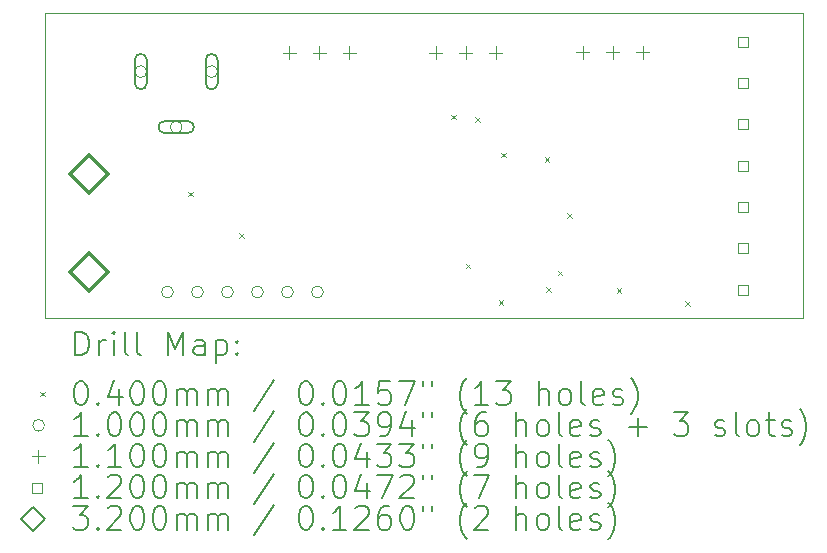
<source format=gbr>
%TF.GenerationSoftware,KiCad,Pcbnew,7.0.6*%
%TF.CreationDate,2024-04-30T22:33:29+02:00*%
%TF.ProjectId,MatchboxV2_HC,4d617463-6862-46f7-9856-325f48432e6b,rev?*%
%TF.SameCoordinates,Original*%
%TF.FileFunction,Drillmap*%
%TF.FilePolarity,Positive*%
%FSLAX45Y45*%
G04 Gerber Fmt 4.5, Leading zero omitted, Abs format (unit mm)*
G04 Created by KiCad (PCBNEW 7.0.6) date 2024-04-30 22:33:29*
%MOMM*%
%LPD*%
G01*
G04 APERTURE LIST*
%ADD10C,0.100000*%
%ADD11C,0.200000*%
%ADD12C,0.040000*%
%ADD13C,0.110000*%
%ADD14C,0.120000*%
%ADD15C,0.320000*%
G04 APERTURE END LIST*
D10*
X11690000Y-7900000D02*
X18110000Y-7900000D01*
X18110000Y-10480000D01*
X11690000Y-10480000D01*
X11690000Y-7900000D01*
D11*
D12*
X12900000Y-9410000D02*
X12940000Y-9450000D01*
X12940000Y-9410000D02*
X12900000Y-9450000D01*
X13330000Y-9760000D02*
X13370000Y-9800000D01*
X13370000Y-9760000D02*
X13330000Y-9800000D01*
X15130000Y-8760000D02*
X15170000Y-8800000D01*
X15170000Y-8760000D02*
X15130000Y-8800000D01*
X15250000Y-10020000D02*
X15290000Y-10060000D01*
X15290000Y-10020000D02*
X15250000Y-10060000D01*
X15330000Y-8780000D02*
X15370000Y-8820000D01*
X15370000Y-8780000D02*
X15330000Y-8820000D01*
X15530000Y-10330000D02*
X15570000Y-10370000D01*
X15570000Y-10330000D02*
X15530000Y-10370000D01*
X15550000Y-9080000D02*
X15590000Y-9120000D01*
X15590000Y-9080000D02*
X15550000Y-9120000D01*
X15920000Y-9120000D02*
X15960000Y-9160000D01*
X15960000Y-9120000D02*
X15920000Y-9160000D01*
X15930000Y-10220000D02*
X15970000Y-10260000D01*
X15970000Y-10220000D02*
X15930000Y-10260000D01*
X16030000Y-10080000D02*
X16070000Y-10120000D01*
X16070000Y-10080000D02*
X16030000Y-10120000D01*
X16110000Y-9590000D02*
X16150000Y-9630000D01*
X16150000Y-9590000D02*
X16110000Y-9630000D01*
X16530000Y-10230000D02*
X16570000Y-10270000D01*
X16570000Y-10230000D02*
X16530000Y-10270000D01*
X17110000Y-10340000D02*
X17150000Y-10380000D01*
X17150000Y-10340000D02*
X17110000Y-10380000D01*
D10*
X12550000Y-8394250D02*
G75*
G03*
X12550000Y-8394250I-50000J0D01*
G01*
D11*
X12450000Y-8294250D02*
X12450000Y-8494250D01*
X12450000Y-8494250D02*
G75*
G03*
X12550000Y-8494250I50000J0D01*
G01*
X12550000Y-8494250D02*
X12550000Y-8294250D01*
X12550000Y-8294250D02*
G75*
G03*
X12450000Y-8294250I-50000J0D01*
G01*
D10*
X12775000Y-10260000D02*
G75*
G03*
X12775000Y-10260000I-50000J0D01*
G01*
X12850000Y-8864250D02*
G75*
G03*
X12850000Y-8864250I-50000J0D01*
G01*
D11*
X12700000Y-8914250D02*
X12900000Y-8914250D01*
X12900000Y-8914250D02*
G75*
G03*
X12900000Y-8814250I0J50000D01*
G01*
X12900000Y-8814250D02*
X12700000Y-8814250D01*
X12700000Y-8814250D02*
G75*
G03*
X12700000Y-8914250I0J-50000D01*
G01*
D10*
X13029000Y-10260000D02*
G75*
G03*
X13029000Y-10260000I-50000J0D01*
G01*
X13150000Y-8394250D02*
G75*
G03*
X13150000Y-8394250I-50000J0D01*
G01*
D11*
X13050000Y-8294250D02*
X13050000Y-8494250D01*
X13050000Y-8494250D02*
G75*
G03*
X13150000Y-8494250I50000J0D01*
G01*
X13150000Y-8494250D02*
X13150000Y-8294250D01*
X13150000Y-8294250D02*
G75*
G03*
X13050000Y-8294250I-50000J0D01*
G01*
D10*
X13283000Y-10260000D02*
G75*
G03*
X13283000Y-10260000I-50000J0D01*
G01*
X13537000Y-10260000D02*
G75*
G03*
X13537000Y-10260000I-50000J0D01*
G01*
X13791000Y-10260000D02*
G75*
G03*
X13791000Y-10260000I-50000J0D01*
G01*
X14045000Y-10260000D02*
G75*
G03*
X14045000Y-10260000I-50000J0D01*
G01*
D13*
X13756000Y-8179500D02*
X13756000Y-8289500D01*
X13701000Y-8234500D02*
X13811000Y-8234500D01*
X14010000Y-8179500D02*
X14010000Y-8289500D01*
X13955000Y-8234500D02*
X14065000Y-8234500D01*
X14264000Y-8179500D02*
X14264000Y-8289500D01*
X14209000Y-8234500D02*
X14319000Y-8234500D01*
X14996000Y-8179500D02*
X14996000Y-8289500D01*
X14941000Y-8234500D02*
X15051000Y-8234500D01*
X15250000Y-8179500D02*
X15250000Y-8289500D01*
X15195000Y-8234500D02*
X15305000Y-8234500D01*
X15504000Y-8179500D02*
X15504000Y-8289500D01*
X15449000Y-8234500D02*
X15559000Y-8234500D01*
X16240000Y-8175000D02*
X16240000Y-8285000D01*
X16185000Y-8230000D02*
X16295000Y-8230000D01*
X16494000Y-8175000D02*
X16494000Y-8285000D01*
X16439000Y-8230000D02*
X16549000Y-8230000D01*
X16748000Y-8175000D02*
X16748000Y-8285000D01*
X16693000Y-8230000D02*
X16803000Y-8230000D01*
D14*
X17642427Y-8182427D02*
X17642427Y-8097573D01*
X17557573Y-8097573D01*
X17557573Y-8182427D01*
X17642427Y-8182427D01*
X17642427Y-8532427D02*
X17642427Y-8447573D01*
X17557573Y-8447573D01*
X17557573Y-8532427D01*
X17642427Y-8532427D01*
X17642427Y-8882427D02*
X17642427Y-8797573D01*
X17557573Y-8797573D01*
X17557573Y-8882427D01*
X17642427Y-8882427D01*
X17642427Y-9232427D02*
X17642427Y-9147573D01*
X17557573Y-9147573D01*
X17557573Y-9232427D01*
X17642427Y-9232427D01*
X17642427Y-9582427D02*
X17642427Y-9497573D01*
X17557573Y-9497573D01*
X17557573Y-9582427D01*
X17642427Y-9582427D01*
X17642427Y-9932427D02*
X17642427Y-9847573D01*
X17557573Y-9847573D01*
X17557573Y-9932427D01*
X17642427Y-9932427D01*
X17642427Y-10282427D02*
X17642427Y-10197573D01*
X17557573Y-10197573D01*
X17557573Y-10282427D01*
X17642427Y-10282427D01*
D15*
X12060000Y-9420000D02*
X12220000Y-9260000D01*
X12060000Y-9100000D01*
X11900000Y-9260000D01*
X12060000Y-9420000D01*
X12060000Y-10250000D02*
X12220000Y-10090000D01*
X12060000Y-9930000D01*
X11900000Y-10090000D01*
X12060000Y-10250000D01*
D11*
X11945777Y-10796484D02*
X11945777Y-10596484D01*
X11945777Y-10596484D02*
X11993396Y-10596484D01*
X11993396Y-10596484D02*
X12021967Y-10606008D01*
X12021967Y-10606008D02*
X12041015Y-10625055D01*
X12041015Y-10625055D02*
X12050539Y-10644103D01*
X12050539Y-10644103D02*
X12060062Y-10682198D01*
X12060062Y-10682198D02*
X12060062Y-10710770D01*
X12060062Y-10710770D02*
X12050539Y-10748865D01*
X12050539Y-10748865D02*
X12041015Y-10767912D01*
X12041015Y-10767912D02*
X12021967Y-10786960D01*
X12021967Y-10786960D02*
X11993396Y-10796484D01*
X11993396Y-10796484D02*
X11945777Y-10796484D01*
X12145777Y-10796484D02*
X12145777Y-10663150D01*
X12145777Y-10701246D02*
X12155301Y-10682198D01*
X12155301Y-10682198D02*
X12164824Y-10672674D01*
X12164824Y-10672674D02*
X12183872Y-10663150D01*
X12183872Y-10663150D02*
X12202920Y-10663150D01*
X12269586Y-10796484D02*
X12269586Y-10663150D01*
X12269586Y-10596484D02*
X12260062Y-10606008D01*
X12260062Y-10606008D02*
X12269586Y-10615531D01*
X12269586Y-10615531D02*
X12279110Y-10606008D01*
X12279110Y-10606008D02*
X12269586Y-10596484D01*
X12269586Y-10596484D02*
X12269586Y-10615531D01*
X12393396Y-10796484D02*
X12374348Y-10786960D01*
X12374348Y-10786960D02*
X12364824Y-10767912D01*
X12364824Y-10767912D02*
X12364824Y-10596484D01*
X12498158Y-10796484D02*
X12479110Y-10786960D01*
X12479110Y-10786960D02*
X12469586Y-10767912D01*
X12469586Y-10767912D02*
X12469586Y-10596484D01*
X12726729Y-10796484D02*
X12726729Y-10596484D01*
X12726729Y-10596484D02*
X12793396Y-10739341D01*
X12793396Y-10739341D02*
X12860062Y-10596484D01*
X12860062Y-10596484D02*
X12860062Y-10796484D01*
X13041015Y-10796484D02*
X13041015Y-10691722D01*
X13041015Y-10691722D02*
X13031491Y-10672674D01*
X13031491Y-10672674D02*
X13012443Y-10663150D01*
X13012443Y-10663150D02*
X12974348Y-10663150D01*
X12974348Y-10663150D02*
X12955301Y-10672674D01*
X13041015Y-10786960D02*
X13021967Y-10796484D01*
X13021967Y-10796484D02*
X12974348Y-10796484D01*
X12974348Y-10796484D02*
X12955301Y-10786960D01*
X12955301Y-10786960D02*
X12945777Y-10767912D01*
X12945777Y-10767912D02*
X12945777Y-10748865D01*
X12945777Y-10748865D02*
X12955301Y-10729817D01*
X12955301Y-10729817D02*
X12974348Y-10720293D01*
X12974348Y-10720293D02*
X13021967Y-10720293D01*
X13021967Y-10720293D02*
X13041015Y-10710770D01*
X13136253Y-10663150D02*
X13136253Y-10863150D01*
X13136253Y-10672674D02*
X13155301Y-10663150D01*
X13155301Y-10663150D02*
X13193396Y-10663150D01*
X13193396Y-10663150D02*
X13212443Y-10672674D01*
X13212443Y-10672674D02*
X13221967Y-10682198D01*
X13221967Y-10682198D02*
X13231491Y-10701246D01*
X13231491Y-10701246D02*
X13231491Y-10758389D01*
X13231491Y-10758389D02*
X13221967Y-10777436D01*
X13221967Y-10777436D02*
X13212443Y-10786960D01*
X13212443Y-10786960D02*
X13193396Y-10796484D01*
X13193396Y-10796484D02*
X13155301Y-10796484D01*
X13155301Y-10796484D02*
X13136253Y-10786960D01*
X13317205Y-10777436D02*
X13326729Y-10786960D01*
X13326729Y-10786960D02*
X13317205Y-10796484D01*
X13317205Y-10796484D02*
X13307682Y-10786960D01*
X13307682Y-10786960D02*
X13317205Y-10777436D01*
X13317205Y-10777436D02*
X13317205Y-10796484D01*
X13317205Y-10672674D02*
X13326729Y-10682198D01*
X13326729Y-10682198D02*
X13317205Y-10691722D01*
X13317205Y-10691722D02*
X13307682Y-10682198D01*
X13307682Y-10682198D02*
X13317205Y-10672674D01*
X13317205Y-10672674D02*
X13317205Y-10691722D01*
D12*
X11645000Y-11105000D02*
X11685000Y-11145000D01*
X11685000Y-11105000D02*
X11645000Y-11145000D01*
D11*
X11983872Y-11016484D02*
X12002920Y-11016484D01*
X12002920Y-11016484D02*
X12021967Y-11026008D01*
X12021967Y-11026008D02*
X12031491Y-11035531D01*
X12031491Y-11035531D02*
X12041015Y-11054579D01*
X12041015Y-11054579D02*
X12050539Y-11092674D01*
X12050539Y-11092674D02*
X12050539Y-11140293D01*
X12050539Y-11140293D02*
X12041015Y-11178389D01*
X12041015Y-11178389D02*
X12031491Y-11197436D01*
X12031491Y-11197436D02*
X12021967Y-11206960D01*
X12021967Y-11206960D02*
X12002920Y-11216484D01*
X12002920Y-11216484D02*
X11983872Y-11216484D01*
X11983872Y-11216484D02*
X11964824Y-11206960D01*
X11964824Y-11206960D02*
X11955301Y-11197436D01*
X11955301Y-11197436D02*
X11945777Y-11178389D01*
X11945777Y-11178389D02*
X11936253Y-11140293D01*
X11936253Y-11140293D02*
X11936253Y-11092674D01*
X11936253Y-11092674D02*
X11945777Y-11054579D01*
X11945777Y-11054579D02*
X11955301Y-11035531D01*
X11955301Y-11035531D02*
X11964824Y-11026008D01*
X11964824Y-11026008D02*
X11983872Y-11016484D01*
X12136253Y-11197436D02*
X12145777Y-11206960D01*
X12145777Y-11206960D02*
X12136253Y-11216484D01*
X12136253Y-11216484D02*
X12126729Y-11206960D01*
X12126729Y-11206960D02*
X12136253Y-11197436D01*
X12136253Y-11197436D02*
X12136253Y-11216484D01*
X12317205Y-11083150D02*
X12317205Y-11216484D01*
X12269586Y-11006960D02*
X12221967Y-11149817D01*
X12221967Y-11149817D02*
X12345777Y-11149817D01*
X12460062Y-11016484D02*
X12479110Y-11016484D01*
X12479110Y-11016484D02*
X12498158Y-11026008D01*
X12498158Y-11026008D02*
X12507682Y-11035531D01*
X12507682Y-11035531D02*
X12517205Y-11054579D01*
X12517205Y-11054579D02*
X12526729Y-11092674D01*
X12526729Y-11092674D02*
X12526729Y-11140293D01*
X12526729Y-11140293D02*
X12517205Y-11178389D01*
X12517205Y-11178389D02*
X12507682Y-11197436D01*
X12507682Y-11197436D02*
X12498158Y-11206960D01*
X12498158Y-11206960D02*
X12479110Y-11216484D01*
X12479110Y-11216484D02*
X12460062Y-11216484D01*
X12460062Y-11216484D02*
X12441015Y-11206960D01*
X12441015Y-11206960D02*
X12431491Y-11197436D01*
X12431491Y-11197436D02*
X12421967Y-11178389D01*
X12421967Y-11178389D02*
X12412443Y-11140293D01*
X12412443Y-11140293D02*
X12412443Y-11092674D01*
X12412443Y-11092674D02*
X12421967Y-11054579D01*
X12421967Y-11054579D02*
X12431491Y-11035531D01*
X12431491Y-11035531D02*
X12441015Y-11026008D01*
X12441015Y-11026008D02*
X12460062Y-11016484D01*
X12650539Y-11016484D02*
X12669586Y-11016484D01*
X12669586Y-11016484D02*
X12688634Y-11026008D01*
X12688634Y-11026008D02*
X12698158Y-11035531D01*
X12698158Y-11035531D02*
X12707682Y-11054579D01*
X12707682Y-11054579D02*
X12717205Y-11092674D01*
X12717205Y-11092674D02*
X12717205Y-11140293D01*
X12717205Y-11140293D02*
X12707682Y-11178389D01*
X12707682Y-11178389D02*
X12698158Y-11197436D01*
X12698158Y-11197436D02*
X12688634Y-11206960D01*
X12688634Y-11206960D02*
X12669586Y-11216484D01*
X12669586Y-11216484D02*
X12650539Y-11216484D01*
X12650539Y-11216484D02*
X12631491Y-11206960D01*
X12631491Y-11206960D02*
X12621967Y-11197436D01*
X12621967Y-11197436D02*
X12612443Y-11178389D01*
X12612443Y-11178389D02*
X12602920Y-11140293D01*
X12602920Y-11140293D02*
X12602920Y-11092674D01*
X12602920Y-11092674D02*
X12612443Y-11054579D01*
X12612443Y-11054579D02*
X12621967Y-11035531D01*
X12621967Y-11035531D02*
X12631491Y-11026008D01*
X12631491Y-11026008D02*
X12650539Y-11016484D01*
X12802920Y-11216484D02*
X12802920Y-11083150D01*
X12802920Y-11102198D02*
X12812443Y-11092674D01*
X12812443Y-11092674D02*
X12831491Y-11083150D01*
X12831491Y-11083150D02*
X12860063Y-11083150D01*
X12860063Y-11083150D02*
X12879110Y-11092674D01*
X12879110Y-11092674D02*
X12888634Y-11111722D01*
X12888634Y-11111722D02*
X12888634Y-11216484D01*
X12888634Y-11111722D02*
X12898158Y-11092674D01*
X12898158Y-11092674D02*
X12917205Y-11083150D01*
X12917205Y-11083150D02*
X12945777Y-11083150D01*
X12945777Y-11083150D02*
X12964824Y-11092674D01*
X12964824Y-11092674D02*
X12974348Y-11111722D01*
X12974348Y-11111722D02*
X12974348Y-11216484D01*
X13069586Y-11216484D02*
X13069586Y-11083150D01*
X13069586Y-11102198D02*
X13079110Y-11092674D01*
X13079110Y-11092674D02*
X13098158Y-11083150D01*
X13098158Y-11083150D02*
X13126729Y-11083150D01*
X13126729Y-11083150D02*
X13145777Y-11092674D01*
X13145777Y-11092674D02*
X13155301Y-11111722D01*
X13155301Y-11111722D02*
X13155301Y-11216484D01*
X13155301Y-11111722D02*
X13164824Y-11092674D01*
X13164824Y-11092674D02*
X13183872Y-11083150D01*
X13183872Y-11083150D02*
X13212443Y-11083150D01*
X13212443Y-11083150D02*
X13231491Y-11092674D01*
X13231491Y-11092674D02*
X13241015Y-11111722D01*
X13241015Y-11111722D02*
X13241015Y-11216484D01*
X13631491Y-11006960D02*
X13460063Y-11264103D01*
X13888634Y-11016484D02*
X13907682Y-11016484D01*
X13907682Y-11016484D02*
X13926729Y-11026008D01*
X13926729Y-11026008D02*
X13936253Y-11035531D01*
X13936253Y-11035531D02*
X13945777Y-11054579D01*
X13945777Y-11054579D02*
X13955301Y-11092674D01*
X13955301Y-11092674D02*
X13955301Y-11140293D01*
X13955301Y-11140293D02*
X13945777Y-11178389D01*
X13945777Y-11178389D02*
X13936253Y-11197436D01*
X13936253Y-11197436D02*
X13926729Y-11206960D01*
X13926729Y-11206960D02*
X13907682Y-11216484D01*
X13907682Y-11216484D02*
X13888634Y-11216484D01*
X13888634Y-11216484D02*
X13869586Y-11206960D01*
X13869586Y-11206960D02*
X13860063Y-11197436D01*
X13860063Y-11197436D02*
X13850539Y-11178389D01*
X13850539Y-11178389D02*
X13841015Y-11140293D01*
X13841015Y-11140293D02*
X13841015Y-11092674D01*
X13841015Y-11092674D02*
X13850539Y-11054579D01*
X13850539Y-11054579D02*
X13860063Y-11035531D01*
X13860063Y-11035531D02*
X13869586Y-11026008D01*
X13869586Y-11026008D02*
X13888634Y-11016484D01*
X14041015Y-11197436D02*
X14050539Y-11206960D01*
X14050539Y-11206960D02*
X14041015Y-11216484D01*
X14041015Y-11216484D02*
X14031491Y-11206960D01*
X14031491Y-11206960D02*
X14041015Y-11197436D01*
X14041015Y-11197436D02*
X14041015Y-11216484D01*
X14174348Y-11016484D02*
X14193396Y-11016484D01*
X14193396Y-11016484D02*
X14212444Y-11026008D01*
X14212444Y-11026008D02*
X14221967Y-11035531D01*
X14221967Y-11035531D02*
X14231491Y-11054579D01*
X14231491Y-11054579D02*
X14241015Y-11092674D01*
X14241015Y-11092674D02*
X14241015Y-11140293D01*
X14241015Y-11140293D02*
X14231491Y-11178389D01*
X14231491Y-11178389D02*
X14221967Y-11197436D01*
X14221967Y-11197436D02*
X14212444Y-11206960D01*
X14212444Y-11206960D02*
X14193396Y-11216484D01*
X14193396Y-11216484D02*
X14174348Y-11216484D01*
X14174348Y-11216484D02*
X14155301Y-11206960D01*
X14155301Y-11206960D02*
X14145777Y-11197436D01*
X14145777Y-11197436D02*
X14136253Y-11178389D01*
X14136253Y-11178389D02*
X14126729Y-11140293D01*
X14126729Y-11140293D02*
X14126729Y-11092674D01*
X14126729Y-11092674D02*
X14136253Y-11054579D01*
X14136253Y-11054579D02*
X14145777Y-11035531D01*
X14145777Y-11035531D02*
X14155301Y-11026008D01*
X14155301Y-11026008D02*
X14174348Y-11016484D01*
X14431491Y-11216484D02*
X14317206Y-11216484D01*
X14374348Y-11216484D02*
X14374348Y-11016484D01*
X14374348Y-11016484D02*
X14355301Y-11045055D01*
X14355301Y-11045055D02*
X14336253Y-11064103D01*
X14336253Y-11064103D02*
X14317206Y-11073627D01*
X14612444Y-11016484D02*
X14517206Y-11016484D01*
X14517206Y-11016484D02*
X14507682Y-11111722D01*
X14507682Y-11111722D02*
X14517206Y-11102198D01*
X14517206Y-11102198D02*
X14536253Y-11092674D01*
X14536253Y-11092674D02*
X14583872Y-11092674D01*
X14583872Y-11092674D02*
X14602920Y-11102198D01*
X14602920Y-11102198D02*
X14612444Y-11111722D01*
X14612444Y-11111722D02*
X14621967Y-11130770D01*
X14621967Y-11130770D02*
X14621967Y-11178389D01*
X14621967Y-11178389D02*
X14612444Y-11197436D01*
X14612444Y-11197436D02*
X14602920Y-11206960D01*
X14602920Y-11206960D02*
X14583872Y-11216484D01*
X14583872Y-11216484D02*
X14536253Y-11216484D01*
X14536253Y-11216484D02*
X14517206Y-11206960D01*
X14517206Y-11206960D02*
X14507682Y-11197436D01*
X14688634Y-11016484D02*
X14821967Y-11016484D01*
X14821967Y-11016484D02*
X14736253Y-11216484D01*
X14888634Y-11016484D02*
X14888634Y-11054579D01*
X14964825Y-11016484D02*
X14964825Y-11054579D01*
X15260063Y-11292674D02*
X15250539Y-11283150D01*
X15250539Y-11283150D02*
X15231491Y-11254579D01*
X15231491Y-11254579D02*
X15221968Y-11235531D01*
X15221968Y-11235531D02*
X15212444Y-11206960D01*
X15212444Y-11206960D02*
X15202920Y-11159341D01*
X15202920Y-11159341D02*
X15202920Y-11121246D01*
X15202920Y-11121246D02*
X15212444Y-11073627D01*
X15212444Y-11073627D02*
X15221968Y-11045055D01*
X15221968Y-11045055D02*
X15231491Y-11026008D01*
X15231491Y-11026008D02*
X15250539Y-10997436D01*
X15250539Y-10997436D02*
X15260063Y-10987912D01*
X15441015Y-11216484D02*
X15326729Y-11216484D01*
X15383872Y-11216484D02*
X15383872Y-11016484D01*
X15383872Y-11016484D02*
X15364825Y-11045055D01*
X15364825Y-11045055D02*
X15345777Y-11064103D01*
X15345777Y-11064103D02*
X15326729Y-11073627D01*
X15507682Y-11016484D02*
X15631491Y-11016484D01*
X15631491Y-11016484D02*
X15564825Y-11092674D01*
X15564825Y-11092674D02*
X15593396Y-11092674D01*
X15593396Y-11092674D02*
X15612444Y-11102198D01*
X15612444Y-11102198D02*
X15621968Y-11111722D01*
X15621968Y-11111722D02*
X15631491Y-11130770D01*
X15631491Y-11130770D02*
X15631491Y-11178389D01*
X15631491Y-11178389D02*
X15621968Y-11197436D01*
X15621968Y-11197436D02*
X15612444Y-11206960D01*
X15612444Y-11206960D02*
X15593396Y-11216484D01*
X15593396Y-11216484D02*
X15536253Y-11216484D01*
X15536253Y-11216484D02*
X15517206Y-11206960D01*
X15517206Y-11206960D02*
X15507682Y-11197436D01*
X15869587Y-11216484D02*
X15869587Y-11016484D01*
X15955301Y-11216484D02*
X15955301Y-11111722D01*
X15955301Y-11111722D02*
X15945777Y-11092674D01*
X15945777Y-11092674D02*
X15926730Y-11083150D01*
X15926730Y-11083150D02*
X15898158Y-11083150D01*
X15898158Y-11083150D02*
X15879110Y-11092674D01*
X15879110Y-11092674D02*
X15869587Y-11102198D01*
X16079110Y-11216484D02*
X16060063Y-11206960D01*
X16060063Y-11206960D02*
X16050539Y-11197436D01*
X16050539Y-11197436D02*
X16041015Y-11178389D01*
X16041015Y-11178389D02*
X16041015Y-11121246D01*
X16041015Y-11121246D02*
X16050539Y-11102198D01*
X16050539Y-11102198D02*
X16060063Y-11092674D01*
X16060063Y-11092674D02*
X16079110Y-11083150D01*
X16079110Y-11083150D02*
X16107682Y-11083150D01*
X16107682Y-11083150D02*
X16126730Y-11092674D01*
X16126730Y-11092674D02*
X16136253Y-11102198D01*
X16136253Y-11102198D02*
X16145777Y-11121246D01*
X16145777Y-11121246D02*
X16145777Y-11178389D01*
X16145777Y-11178389D02*
X16136253Y-11197436D01*
X16136253Y-11197436D02*
X16126730Y-11206960D01*
X16126730Y-11206960D02*
X16107682Y-11216484D01*
X16107682Y-11216484D02*
X16079110Y-11216484D01*
X16260063Y-11216484D02*
X16241015Y-11206960D01*
X16241015Y-11206960D02*
X16231491Y-11187912D01*
X16231491Y-11187912D02*
X16231491Y-11016484D01*
X16412444Y-11206960D02*
X16393396Y-11216484D01*
X16393396Y-11216484D02*
X16355301Y-11216484D01*
X16355301Y-11216484D02*
X16336253Y-11206960D01*
X16336253Y-11206960D02*
X16326730Y-11187912D01*
X16326730Y-11187912D02*
X16326730Y-11111722D01*
X16326730Y-11111722D02*
X16336253Y-11092674D01*
X16336253Y-11092674D02*
X16355301Y-11083150D01*
X16355301Y-11083150D02*
X16393396Y-11083150D01*
X16393396Y-11083150D02*
X16412444Y-11092674D01*
X16412444Y-11092674D02*
X16421968Y-11111722D01*
X16421968Y-11111722D02*
X16421968Y-11130770D01*
X16421968Y-11130770D02*
X16326730Y-11149817D01*
X16498158Y-11206960D02*
X16517206Y-11216484D01*
X16517206Y-11216484D02*
X16555301Y-11216484D01*
X16555301Y-11216484D02*
X16574349Y-11206960D01*
X16574349Y-11206960D02*
X16583872Y-11187912D01*
X16583872Y-11187912D02*
X16583872Y-11178389D01*
X16583872Y-11178389D02*
X16574349Y-11159341D01*
X16574349Y-11159341D02*
X16555301Y-11149817D01*
X16555301Y-11149817D02*
X16526730Y-11149817D01*
X16526730Y-11149817D02*
X16507682Y-11140293D01*
X16507682Y-11140293D02*
X16498158Y-11121246D01*
X16498158Y-11121246D02*
X16498158Y-11111722D01*
X16498158Y-11111722D02*
X16507682Y-11092674D01*
X16507682Y-11092674D02*
X16526730Y-11083150D01*
X16526730Y-11083150D02*
X16555301Y-11083150D01*
X16555301Y-11083150D02*
X16574349Y-11092674D01*
X16650539Y-11292674D02*
X16660063Y-11283150D01*
X16660063Y-11283150D02*
X16679111Y-11254579D01*
X16679111Y-11254579D02*
X16688634Y-11235531D01*
X16688634Y-11235531D02*
X16698158Y-11206960D01*
X16698158Y-11206960D02*
X16707682Y-11159341D01*
X16707682Y-11159341D02*
X16707682Y-11121246D01*
X16707682Y-11121246D02*
X16698158Y-11073627D01*
X16698158Y-11073627D02*
X16688634Y-11045055D01*
X16688634Y-11045055D02*
X16679111Y-11026008D01*
X16679111Y-11026008D02*
X16660063Y-10997436D01*
X16660063Y-10997436D02*
X16650539Y-10987912D01*
D10*
X11685000Y-11389000D02*
G75*
G03*
X11685000Y-11389000I-50000J0D01*
G01*
D11*
X12050539Y-11480484D02*
X11936253Y-11480484D01*
X11993396Y-11480484D02*
X11993396Y-11280484D01*
X11993396Y-11280484D02*
X11974348Y-11309055D01*
X11974348Y-11309055D02*
X11955301Y-11328103D01*
X11955301Y-11328103D02*
X11936253Y-11337627D01*
X12136253Y-11461436D02*
X12145777Y-11470960D01*
X12145777Y-11470960D02*
X12136253Y-11480484D01*
X12136253Y-11480484D02*
X12126729Y-11470960D01*
X12126729Y-11470960D02*
X12136253Y-11461436D01*
X12136253Y-11461436D02*
X12136253Y-11480484D01*
X12269586Y-11280484D02*
X12288634Y-11280484D01*
X12288634Y-11280484D02*
X12307682Y-11290008D01*
X12307682Y-11290008D02*
X12317205Y-11299531D01*
X12317205Y-11299531D02*
X12326729Y-11318579D01*
X12326729Y-11318579D02*
X12336253Y-11356674D01*
X12336253Y-11356674D02*
X12336253Y-11404293D01*
X12336253Y-11404293D02*
X12326729Y-11442388D01*
X12326729Y-11442388D02*
X12317205Y-11461436D01*
X12317205Y-11461436D02*
X12307682Y-11470960D01*
X12307682Y-11470960D02*
X12288634Y-11480484D01*
X12288634Y-11480484D02*
X12269586Y-11480484D01*
X12269586Y-11480484D02*
X12250539Y-11470960D01*
X12250539Y-11470960D02*
X12241015Y-11461436D01*
X12241015Y-11461436D02*
X12231491Y-11442388D01*
X12231491Y-11442388D02*
X12221967Y-11404293D01*
X12221967Y-11404293D02*
X12221967Y-11356674D01*
X12221967Y-11356674D02*
X12231491Y-11318579D01*
X12231491Y-11318579D02*
X12241015Y-11299531D01*
X12241015Y-11299531D02*
X12250539Y-11290008D01*
X12250539Y-11290008D02*
X12269586Y-11280484D01*
X12460062Y-11280484D02*
X12479110Y-11280484D01*
X12479110Y-11280484D02*
X12498158Y-11290008D01*
X12498158Y-11290008D02*
X12507682Y-11299531D01*
X12507682Y-11299531D02*
X12517205Y-11318579D01*
X12517205Y-11318579D02*
X12526729Y-11356674D01*
X12526729Y-11356674D02*
X12526729Y-11404293D01*
X12526729Y-11404293D02*
X12517205Y-11442388D01*
X12517205Y-11442388D02*
X12507682Y-11461436D01*
X12507682Y-11461436D02*
X12498158Y-11470960D01*
X12498158Y-11470960D02*
X12479110Y-11480484D01*
X12479110Y-11480484D02*
X12460062Y-11480484D01*
X12460062Y-11480484D02*
X12441015Y-11470960D01*
X12441015Y-11470960D02*
X12431491Y-11461436D01*
X12431491Y-11461436D02*
X12421967Y-11442388D01*
X12421967Y-11442388D02*
X12412443Y-11404293D01*
X12412443Y-11404293D02*
X12412443Y-11356674D01*
X12412443Y-11356674D02*
X12421967Y-11318579D01*
X12421967Y-11318579D02*
X12431491Y-11299531D01*
X12431491Y-11299531D02*
X12441015Y-11290008D01*
X12441015Y-11290008D02*
X12460062Y-11280484D01*
X12650539Y-11280484D02*
X12669586Y-11280484D01*
X12669586Y-11280484D02*
X12688634Y-11290008D01*
X12688634Y-11290008D02*
X12698158Y-11299531D01*
X12698158Y-11299531D02*
X12707682Y-11318579D01*
X12707682Y-11318579D02*
X12717205Y-11356674D01*
X12717205Y-11356674D02*
X12717205Y-11404293D01*
X12717205Y-11404293D02*
X12707682Y-11442388D01*
X12707682Y-11442388D02*
X12698158Y-11461436D01*
X12698158Y-11461436D02*
X12688634Y-11470960D01*
X12688634Y-11470960D02*
X12669586Y-11480484D01*
X12669586Y-11480484D02*
X12650539Y-11480484D01*
X12650539Y-11480484D02*
X12631491Y-11470960D01*
X12631491Y-11470960D02*
X12621967Y-11461436D01*
X12621967Y-11461436D02*
X12612443Y-11442388D01*
X12612443Y-11442388D02*
X12602920Y-11404293D01*
X12602920Y-11404293D02*
X12602920Y-11356674D01*
X12602920Y-11356674D02*
X12612443Y-11318579D01*
X12612443Y-11318579D02*
X12621967Y-11299531D01*
X12621967Y-11299531D02*
X12631491Y-11290008D01*
X12631491Y-11290008D02*
X12650539Y-11280484D01*
X12802920Y-11480484D02*
X12802920Y-11347150D01*
X12802920Y-11366198D02*
X12812443Y-11356674D01*
X12812443Y-11356674D02*
X12831491Y-11347150D01*
X12831491Y-11347150D02*
X12860063Y-11347150D01*
X12860063Y-11347150D02*
X12879110Y-11356674D01*
X12879110Y-11356674D02*
X12888634Y-11375722D01*
X12888634Y-11375722D02*
X12888634Y-11480484D01*
X12888634Y-11375722D02*
X12898158Y-11356674D01*
X12898158Y-11356674D02*
X12917205Y-11347150D01*
X12917205Y-11347150D02*
X12945777Y-11347150D01*
X12945777Y-11347150D02*
X12964824Y-11356674D01*
X12964824Y-11356674D02*
X12974348Y-11375722D01*
X12974348Y-11375722D02*
X12974348Y-11480484D01*
X13069586Y-11480484D02*
X13069586Y-11347150D01*
X13069586Y-11366198D02*
X13079110Y-11356674D01*
X13079110Y-11356674D02*
X13098158Y-11347150D01*
X13098158Y-11347150D02*
X13126729Y-11347150D01*
X13126729Y-11347150D02*
X13145777Y-11356674D01*
X13145777Y-11356674D02*
X13155301Y-11375722D01*
X13155301Y-11375722D02*
X13155301Y-11480484D01*
X13155301Y-11375722D02*
X13164824Y-11356674D01*
X13164824Y-11356674D02*
X13183872Y-11347150D01*
X13183872Y-11347150D02*
X13212443Y-11347150D01*
X13212443Y-11347150D02*
X13231491Y-11356674D01*
X13231491Y-11356674D02*
X13241015Y-11375722D01*
X13241015Y-11375722D02*
X13241015Y-11480484D01*
X13631491Y-11270960D02*
X13460063Y-11528103D01*
X13888634Y-11280484D02*
X13907682Y-11280484D01*
X13907682Y-11280484D02*
X13926729Y-11290008D01*
X13926729Y-11290008D02*
X13936253Y-11299531D01*
X13936253Y-11299531D02*
X13945777Y-11318579D01*
X13945777Y-11318579D02*
X13955301Y-11356674D01*
X13955301Y-11356674D02*
X13955301Y-11404293D01*
X13955301Y-11404293D02*
X13945777Y-11442388D01*
X13945777Y-11442388D02*
X13936253Y-11461436D01*
X13936253Y-11461436D02*
X13926729Y-11470960D01*
X13926729Y-11470960D02*
X13907682Y-11480484D01*
X13907682Y-11480484D02*
X13888634Y-11480484D01*
X13888634Y-11480484D02*
X13869586Y-11470960D01*
X13869586Y-11470960D02*
X13860063Y-11461436D01*
X13860063Y-11461436D02*
X13850539Y-11442388D01*
X13850539Y-11442388D02*
X13841015Y-11404293D01*
X13841015Y-11404293D02*
X13841015Y-11356674D01*
X13841015Y-11356674D02*
X13850539Y-11318579D01*
X13850539Y-11318579D02*
X13860063Y-11299531D01*
X13860063Y-11299531D02*
X13869586Y-11290008D01*
X13869586Y-11290008D02*
X13888634Y-11280484D01*
X14041015Y-11461436D02*
X14050539Y-11470960D01*
X14050539Y-11470960D02*
X14041015Y-11480484D01*
X14041015Y-11480484D02*
X14031491Y-11470960D01*
X14031491Y-11470960D02*
X14041015Y-11461436D01*
X14041015Y-11461436D02*
X14041015Y-11480484D01*
X14174348Y-11280484D02*
X14193396Y-11280484D01*
X14193396Y-11280484D02*
X14212444Y-11290008D01*
X14212444Y-11290008D02*
X14221967Y-11299531D01*
X14221967Y-11299531D02*
X14231491Y-11318579D01*
X14231491Y-11318579D02*
X14241015Y-11356674D01*
X14241015Y-11356674D02*
X14241015Y-11404293D01*
X14241015Y-11404293D02*
X14231491Y-11442388D01*
X14231491Y-11442388D02*
X14221967Y-11461436D01*
X14221967Y-11461436D02*
X14212444Y-11470960D01*
X14212444Y-11470960D02*
X14193396Y-11480484D01*
X14193396Y-11480484D02*
X14174348Y-11480484D01*
X14174348Y-11480484D02*
X14155301Y-11470960D01*
X14155301Y-11470960D02*
X14145777Y-11461436D01*
X14145777Y-11461436D02*
X14136253Y-11442388D01*
X14136253Y-11442388D02*
X14126729Y-11404293D01*
X14126729Y-11404293D02*
X14126729Y-11356674D01*
X14126729Y-11356674D02*
X14136253Y-11318579D01*
X14136253Y-11318579D02*
X14145777Y-11299531D01*
X14145777Y-11299531D02*
X14155301Y-11290008D01*
X14155301Y-11290008D02*
X14174348Y-11280484D01*
X14307682Y-11280484D02*
X14431491Y-11280484D01*
X14431491Y-11280484D02*
X14364825Y-11356674D01*
X14364825Y-11356674D02*
X14393396Y-11356674D01*
X14393396Y-11356674D02*
X14412444Y-11366198D01*
X14412444Y-11366198D02*
X14421967Y-11375722D01*
X14421967Y-11375722D02*
X14431491Y-11394769D01*
X14431491Y-11394769D02*
X14431491Y-11442388D01*
X14431491Y-11442388D02*
X14421967Y-11461436D01*
X14421967Y-11461436D02*
X14412444Y-11470960D01*
X14412444Y-11470960D02*
X14393396Y-11480484D01*
X14393396Y-11480484D02*
X14336253Y-11480484D01*
X14336253Y-11480484D02*
X14317206Y-11470960D01*
X14317206Y-11470960D02*
X14307682Y-11461436D01*
X14526729Y-11480484D02*
X14564825Y-11480484D01*
X14564825Y-11480484D02*
X14583872Y-11470960D01*
X14583872Y-11470960D02*
X14593396Y-11461436D01*
X14593396Y-11461436D02*
X14612444Y-11432865D01*
X14612444Y-11432865D02*
X14621967Y-11394769D01*
X14621967Y-11394769D02*
X14621967Y-11318579D01*
X14621967Y-11318579D02*
X14612444Y-11299531D01*
X14612444Y-11299531D02*
X14602920Y-11290008D01*
X14602920Y-11290008D02*
X14583872Y-11280484D01*
X14583872Y-11280484D02*
X14545777Y-11280484D01*
X14545777Y-11280484D02*
X14526729Y-11290008D01*
X14526729Y-11290008D02*
X14517206Y-11299531D01*
X14517206Y-11299531D02*
X14507682Y-11318579D01*
X14507682Y-11318579D02*
X14507682Y-11366198D01*
X14507682Y-11366198D02*
X14517206Y-11385246D01*
X14517206Y-11385246D02*
X14526729Y-11394769D01*
X14526729Y-11394769D02*
X14545777Y-11404293D01*
X14545777Y-11404293D02*
X14583872Y-11404293D01*
X14583872Y-11404293D02*
X14602920Y-11394769D01*
X14602920Y-11394769D02*
X14612444Y-11385246D01*
X14612444Y-11385246D02*
X14621967Y-11366198D01*
X14793396Y-11347150D02*
X14793396Y-11480484D01*
X14745777Y-11270960D02*
X14698158Y-11413817D01*
X14698158Y-11413817D02*
X14821967Y-11413817D01*
X14888634Y-11280484D02*
X14888634Y-11318579D01*
X14964825Y-11280484D02*
X14964825Y-11318579D01*
X15260063Y-11556674D02*
X15250539Y-11547150D01*
X15250539Y-11547150D02*
X15231491Y-11518579D01*
X15231491Y-11518579D02*
X15221968Y-11499531D01*
X15221968Y-11499531D02*
X15212444Y-11470960D01*
X15212444Y-11470960D02*
X15202920Y-11423341D01*
X15202920Y-11423341D02*
X15202920Y-11385246D01*
X15202920Y-11385246D02*
X15212444Y-11337627D01*
X15212444Y-11337627D02*
X15221968Y-11309055D01*
X15221968Y-11309055D02*
X15231491Y-11290008D01*
X15231491Y-11290008D02*
X15250539Y-11261436D01*
X15250539Y-11261436D02*
X15260063Y-11251912D01*
X15421968Y-11280484D02*
X15383872Y-11280484D01*
X15383872Y-11280484D02*
X15364825Y-11290008D01*
X15364825Y-11290008D02*
X15355301Y-11299531D01*
X15355301Y-11299531D02*
X15336253Y-11328103D01*
X15336253Y-11328103D02*
X15326729Y-11366198D01*
X15326729Y-11366198D02*
X15326729Y-11442388D01*
X15326729Y-11442388D02*
X15336253Y-11461436D01*
X15336253Y-11461436D02*
X15345777Y-11470960D01*
X15345777Y-11470960D02*
X15364825Y-11480484D01*
X15364825Y-11480484D02*
X15402920Y-11480484D01*
X15402920Y-11480484D02*
X15421968Y-11470960D01*
X15421968Y-11470960D02*
X15431491Y-11461436D01*
X15431491Y-11461436D02*
X15441015Y-11442388D01*
X15441015Y-11442388D02*
X15441015Y-11394769D01*
X15441015Y-11394769D02*
X15431491Y-11375722D01*
X15431491Y-11375722D02*
X15421968Y-11366198D01*
X15421968Y-11366198D02*
X15402920Y-11356674D01*
X15402920Y-11356674D02*
X15364825Y-11356674D01*
X15364825Y-11356674D02*
X15345777Y-11366198D01*
X15345777Y-11366198D02*
X15336253Y-11375722D01*
X15336253Y-11375722D02*
X15326729Y-11394769D01*
X15679110Y-11480484D02*
X15679110Y-11280484D01*
X15764825Y-11480484D02*
X15764825Y-11375722D01*
X15764825Y-11375722D02*
X15755301Y-11356674D01*
X15755301Y-11356674D02*
X15736253Y-11347150D01*
X15736253Y-11347150D02*
X15707682Y-11347150D01*
X15707682Y-11347150D02*
X15688634Y-11356674D01*
X15688634Y-11356674D02*
X15679110Y-11366198D01*
X15888634Y-11480484D02*
X15869587Y-11470960D01*
X15869587Y-11470960D02*
X15860063Y-11461436D01*
X15860063Y-11461436D02*
X15850539Y-11442388D01*
X15850539Y-11442388D02*
X15850539Y-11385246D01*
X15850539Y-11385246D02*
X15860063Y-11366198D01*
X15860063Y-11366198D02*
X15869587Y-11356674D01*
X15869587Y-11356674D02*
X15888634Y-11347150D01*
X15888634Y-11347150D02*
X15917206Y-11347150D01*
X15917206Y-11347150D02*
X15936253Y-11356674D01*
X15936253Y-11356674D02*
X15945777Y-11366198D01*
X15945777Y-11366198D02*
X15955301Y-11385246D01*
X15955301Y-11385246D02*
X15955301Y-11442388D01*
X15955301Y-11442388D02*
X15945777Y-11461436D01*
X15945777Y-11461436D02*
X15936253Y-11470960D01*
X15936253Y-11470960D02*
X15917206Y-11480484D01*
X15917206Y-11480484D02*
X15888634Y-11480484D01*
X16069587Y-11480484D02*
X16050539Y-11470960D01*
X16050539Y-11470960D02*
X16041015Y-11451912D01*
X16041015Y-11451912D02*
X16041015Y-11280484D01*
X16221968Y-11470960D02*
X16202920Y-11480484D01*
X16202920Y-11480484D02*
X16164825Y-11480484D01*
X16164825Y-11480484D02*
X16145777Y-11470960D01*
X16145777Y-11470960D02*
X16136253Y-11451912D01*
X16136253Y-11451912D02*
X16136253Y-11375722D01*
X16136253Y-11375722D02*
X16145777Y-11356674D01*
X16145777Y-11356674D02*
X16164825Y-11347150D01*
X16164825Y-11347150D02*
X16202920Y-11347150D01*
X16202920Y-11347150D02*
X16221968Y-11356674D01*
X16221968Y-11356674D02*
X16231491Y-11375722D01*
X16231491Y-11375722D02*
X16231491Y-11394769D01*
X16231491Y-11394769D02*
X16136253Y-11413817D01*
X16307682Y-11470960D02*
X16326730Y-11480484D01*
X16326730Y-11480484D02*
X16364825Y-11480484D01*
X16364825Y-11480484D02*
X16383872Y-11470960D01*
X16383872Y-11470960D02*
X16393396Y-11451912D01*
X16393396Y-11451912D02*
X16393396Y-11442388D01*
X16393396Y-11442388D02*
X16383872Y-11423341D01*
X16383872Y-11423341D02*
X16364825Y-11413817D01*
X16364825Y-11413817D02*
X16336253Y-11413817D01*
X16336253Y-11413817D02*
X16317206Y-11404293D01*
X16317206Y-11404293D02*
X16307682Y-11385246D01*
X16307682Y-11385246D02*
X16307682Y-11375722D01*
X16307682Y-11375722D02*
X16317206Y-11356674D01*
X16317206Y-11356674D02*
X16336253Y-11347150D01*
X16336253Y-11347150D02*
X16364825Y-11347150D01*
X16364825Y-11347150D02*
X16383872Y-11356674D01*
X16631492Y-11404293D02*
X16783873Y-11404293D01*
X16707682Y-11480484D02*
X16707682Y-11328103D01*
X17012444Y-11280484D02*
X17136254Y-11280484D01*
X17136254Y-11280484D02*
X17069587Y-11356674D01*
X17069587Y-11356674D02*
X17098158Y-11356674D01*
X17098158Y-11356674D02*
X17117206Y-11366198D01*
X17117206Y-11366198D02*
X17126730Y-11375722D01*
X17126730Y-11375722D02*
X17136254Y-11394769D01*
X17136254Y-11394769D02*
X17136254Y-11442388D01*
X17136254Y-11442388D02*
X17126730Y-11461436D01*
X17126730Y-11461436D02*
X17117206Y-11470960D01*
X17117206Y-11470960D02*
X17098158Y-11480484D01*
X17098158Y-11480484D02*
X17041015Y-11480484D01*
X17041015Y-11480484D02*
X17021968Y-11470960D01*
X17021968Y-11470960D02*
X17012444Y-11461436D01*
X17364825Y-11470960D02*
X17383873Y-11480484D01*
X17383873Y-11480484D02*
X17421968Y-11480484D01*
X17421968Y-11480484D02*
X17441016Y-11470960D01*
X17441016Y-11470960D02*
X17450539Y-11451912D01*
X17450539Y-11451912D02*
X17450539Y-11442388D01*
X17450539Y-11442388D02*
X17441016Y-11423341D01*
X17441016Y-11423341D02*
X17421968Y-11413817D01*
X17421968Y-11413817D02*
X17393396Y-11413817D01*
X17393396Y-11413817D02*
X17374349Y-11404293D01*
X17374349Y-11404293D02*
X17364825Y-11385246D01*
X17364825Y-11385246D02*
X17364825Y-11375722D01*
X17364825Y-11375722D02*
X17374349Y-11356674D01*
X17374349Y-11356674D02*
X17393396Y-11347150D01*
X17393396Y-11347150D02*
X17421968Y-11347150D01*
X17421968Y-11347150D02*
X17441016Y-11356674D01*
X17564825Y-11480484D02*
X17545777Y-11470960D01*
X17545777Y-11470960D02*
X17536254Y-11451912D01*
X17536254Y-11451912D02*
X17536254Y-11280484D01*
X17669587Y-11480484D02*
X17650539Y-11470960D01*
X17650539Y-11470960D02*
X17641016Y-11461436D01*
X17641016Y-11461436D02*
X17631492Y-11442388D01*
X17631492Y-11442388D02*
X17631492Y-11385246D01*
X17631492Y-11385246D02*
X17641016Y-11366198D01*
X17641016Y-11366198D02*
X17650539Y-11356674D01*
X17650539Y-11356674D02*
X17669587Y-11347150D01*
X17669587Y-11347150D02*
X17698158Y-11347150D01*
X17698158Y-11347150D02*
X17717206Y-11356674D01*
X17717206Y-11356674D02*
X17726730Y-11366198D01*
X17726730Y-11366198D02*
X17736254Y-11385246D01*
X17736254Y-11385246D02*
X17736254Y-11442388D01*
X17736254Y-11442388D02*
X17726730Y-11461436D01*
X17726730Y-11461436D02*
X17717206Y-11470960D01*
X17717206Y-11470960D02*
X17698158Y-11480484D01*
X17698158Y-11480484D02*
X17669587Y-11480484D01*
X17793397Y-11347150D02*
X17869587Y-11347150D01*
X17821968Y-11280484D02*
X17821968Y-11451912D01*
X17821968Y-11451912D02*
X17831492Y-11470960D01*
X17831492Y-11470960D02*
X17850539Y-11480484D01*
X17850539Y-11480484D02*
X17869587Y-11480484D01*
X17926730Y-11470960D02*
X17945777Y-11480484D01*
X17945777Y-11480484D02*
X17983873Y-11480484D01*
X17983873Y-11480484D02*
X18002920Y-11470960D01*
X18002920Y-11470960D02*
X18012444Y-11451912D01*
X18012444Y-11451912D02*
X18012444Y-11442388D01*
X18012444Y-11442388D02*
X18002920Y-11423341D01*
X18002920Y-11423341D02*
X17983873Y-11413817D01*
X17983873Y-11413817D02*
X17955301Y-11413817D01*
X17955301Y-11413817D02*
X17936254Y-11404293D01*
X17936254Y-11404293D02*
X17926730Y-11385246D01*
X17926730Y-11385246D02*
X17926730Y-11375722D01*
X17926730Y-11375722D02*
X17936254Y-11356674D01*
X17936254Y-11356674D02*
X17955301Y-11347150D01*
X17955301Y-11347150D02*
X17983873Y-11347150D01*
X17983873Y-11347150D02*
X18002920Y-11356674D01*
X18079111Y-11556674D02*
X18088635Y-11547150D01*
X18088635Y-11547150D02*
X18107682Y-11518579D01*
X18107682Y-11518579D02*
X18117206Y-11499531D01*
X18117206Y-11499531D02*
X18126730Y-11470960D01*
X18126730Y-11470960D02*
X18136254Y-11423341D01*
X18136254Y-11423341D02*
X18136254Y-11385246D01*
X18136254Y-11385246D02*
X18126730Y-11337627D01*
X18126730Y-11337627D02*
X18117206Y-11309055D01*
X18117206Y-11309055D02*
X18107682Y-11290008D01*
X18107682Y-11290008D02*
X18088635Y-11261436D01*
X18088635Y-11261436D02*
X18079111Y-11251912D01*
D13*
X11630000Y-11598000D02*
X11630000Y-11708000D01*
X11575000Y-11653000D02*
X11685000Y-11653000D01*
D11*
X12050539Y-11744484D02*
X11936253Y-11744484D01*
X11993396Y-11744484D02*
X11993396Y-11544484D01*
X11993396Y-11544484D02*
X11974348Y-11573055D01*
X11974348Y-11573055D02*
X11955301Y-11592103D01*
X11955301Y-11592103D02*
X11936253Y-11601627D01*
X12136253Y-11725436D02*
X12145777Y-11734960D01*
X12145777Y-11734960D02*
X12136253Y-11744484D01*
X12136253Y-11744484D02*
X12126729Y-11734960D01*
X12126729Y-11734960D02*
X12136253Y-11725436D01*
X12136253Y-11725436D02*
X12136253Y-11744484D01*
X12336253Y-11744484D02*
X12221967Y-11744484D01*
X12279110Y-11744484D02*
X12279110Y-11544484D01*
X12279110Y-11544484D02*
X12260062Y-11573055D01*
X12260062Y-11573055D02*
X12241015Y-11592103D01*
X12241015Y-11592103D02*
X12221967Y-11601627D01*
X12460062Y-11544484D02*
X12479110Y-11544484D01*
X12479110Y-11544484D02*
X12498158Y-11554008D01*
X12498158Y-11554008D02*
X12507682Y-11563531D01*
X12507682Y-11563531D02*
X12517205Y-11582579D01*
X12517205Y-11582579D02*
X12526729Y-11620674D01*
X12526729Y-11620674D02*
X12526729Y-11668293D01*
X12526729Y-11668293D02*
X12517205Y-11706388D01*
X12517205Y-11706388D02*
X12507682Y-11725436D01*
X12507682Y-11725436D02*
X12498158Y-11734960D01*
X12498158Y-11734960D02*
X12479110Y-11744484D01*
X12479110Y-11744484D02*
X12460062Y-11744484D01*
X12460062Y-11744484D02*
X12441015Y-11734960D01*
X12441015Y-11734960D02*
X12431491Y-11725436D01*
X12431491Y-11725436D02*
X12421967Y-11706388D01*
X12421967Y-11706388D02*
X12412443Y-11668293D01*
X12412443Y-11668293D02*
X12412443Y-11620674D01*
X12412443Y-11620674D02*
X12421967Y-11582579D01*
X12421967Y-11582579D02*
X12431491Y-11563531D01*
X12431491Y-11563531D02*
X12441015Y-11554008D01*
X12441015Y-11554008D02*
X12460062Y-11544484D01*
X12650539Y-11544484D02*
X12669586Y-11544484D01*
X12669586Y-11544484D02*
X12688634Y-11554008D01*
X12688634Y-11554008D02*
X12698158Y-11563531D01*
X12698158Y-11563531D02*
X12707682Y-11582579D01*
X12707682Y-11582579D02*
X12717205Y-11620674D01*
X12717205Y-11620674D02*
X12717205Y-11668293D01*
X12717205Y-11668293D02*
X12707682Y-11706388D01*
X12707682Y-11706388D02*
X12698158Y-11725436D01*
X12698158Y-11725436D02*
X12688634Y-11734960D01*
X12688634Y-11734960D02*
X12669586Y-11744484D01*
X12669586Y-11744484D02*
X12650539Y-11744484D01*
X12650539Y-11744484D02*
X12631491Y-11734960D01*
X12631491Y-11734960D02*
X12621967Y-11725436D01*
X12621967Y-11725436D02*
X12612443Y-11706388D01*
X12612443Y-11706388D02*
X12602920Y-11668293D01*
X12602920Y-11668293D02*
X12602920Y-11620674D01*
X12602920Y-11620674D02*
X12612443Y-11582579D01*
X12612443Y-11582579D02*
X12621967Y-11563531D01*
X12621967Y-11563531D02*
X12631491Y-11554008D01*
X12631491Y-11554008D02*
X12650539Y-11544484D01*
X12802920Y-11744484D02*
X12802920Y-11611150D01*
X12802920Y-11630198D02*
X12812443Y-11620674D01*
X12812443Y-11620674D02*
X12831491Y-11611150D01*
X12831491Y-11611150D02*
X12860063Y-11611150D01*
X12860063Y-11611150D02*
X12879110Y-11620674D01*
X12879110Y-11620674D02*
X12888634Y-11639722D01*
X12888634Y-11639722D02*
X12888634Y-11744484D01*
X12888634Y-11639722D02*
X12898158Y-11620674D01*
X12898158Y-11620674D02*
X12917205Y-11611150D01*
X12917205Y-11611150D02*
X12945777Y-11611150D01*
X12945777Y-11611150D02*
X12964824Y-11620674D01*
X12964824Y-11620674D02*
X12974348Y-11639722D01*
X12974348Y-11639722D02*
X12974348Y-11744484D01*
X13069586Y-11744484D02*
X13069586Y-11611150D01*
X13069586Y-11630198D02*
X13079110Y-11620674D01*
X13079110Y-11620674D02*
X13098158Y-11611150D01*
X13098158Y-11611150D02*
X13126729Y-11611150D01*
X13126729Y-11611150D02*
X13145777Y-11620674D01*
X13145777Y-11620674D02*
X13155301Y-11639722D01*
X13155301Y-11639722D02*
X13155301Y-11744484D01*
X13155301Y-11639722D02*
X13164824Y-11620674D01*
X13164824Y-11620674D02*
X13183872Y-11611150D01*
X13183872Y-11611150D02*
X13212443Y-11611150D01*
X13212443Y-11611150D02*
X13231491Y-11620674D01*
X13231491Y-11620674D02*
X13241015Y-11639722D01*
X13241015Y-11639722D02*
X13241015Y-11744484D01*
X13631491Y-11534960D02*
X13460063Y-11792103D01*
X13888634Y-11544484D02*
X13907682Y-11544484D01*
X13907682Y-11544484D02*
X13926729Y-11554008D01*
X13926729Y-11554008D02*
X13936253Y-11563531D01*
X13936253Y-11563531D02*
X13945777Y-11582579D01*
X13945777Y-11582579D02*
X13955301Y-11620674D01*
X13955301Y-11620674D02*
X13955301Y-11668293D01*
X13955301Y-11668293D02*
X13945777Y-11706388D01*
X13945777Y-11706388D02*
X13936253Y-11725436D01*
X13936253Y-11725436D02*
X13926729Y-11734960D01*
X13926729Y-11734960D02*
X13907682Y-11744484D01*
X13907682Y-11744484D02*
X13888634Y-11744484D01*
X13888634Y-11744484D02*
X13869586Y-11734960D01*
X13869586Y-11734960D02*
X13860063Y-11725436D01*
X13860063Y-11725436D02*
X13850539Y-11706388D01*
X13850539Y-11706388D02*
X13841015Y-11668293D01*
X13841015Y-11668293D02*
X13841015Y-11620674D01*
X13841015Y-11620674D02*
X13850539Y-11582579D01*
X13850539Y-11582579D02*
X13860063Y-11563531D01*
X13860063Y-11563531D02*
X13869586Y-11554008D01*
X13869586Y-11554008D02*
X13888634Y-11544484D01*
X14041015Y-11725436D02*
X14050539Y-11734960D01*
X14050539Y-11734960D02*
X14041015Y-11744484D01*
X14041015Y-11744484D02*
X14031491Y-11734960D01*
X14031491Y-11734960D02*
X14041015Y-11725436D01*
X14041015Y-11725436D02*
X14041015Y-11744484D01*
X14174348Y-11544484D02*
X14193396Y-11544484D01*
X14193396Y-11544484D02*
X14212444Y-11554008D01*
X14212444Y-11554008D02*
X14221967Y-11563531D01*
X14221967Y-11563531D02*
X14231491Y-11582579D01*
X14231491Y-11582579D02*
X14241015Y-11620674D01*
X14241015Y-11620674D02*
X14241015Y-11668293D01*
X14241015Y-11668293D02*
X14231491Y-11706388D01*
X14231491Y-11706388D02*
X14221967Y-11725436D01*
X14221967Y-11725436D02*
X14212444Y-11734960D01*
X14212444Y-11734960D02*
X14193396Y-11744484D01*
X14193396Y-11744484D02*
X14174348Y-11744484D01*
X14174348Y-11744484D02*
X14155301Y-11734960D01*
X14155301Y-11734960D02*
X14145777Y-11725436D01*
X14145777Y-11725436D02*
X14136253Y-11706388D01*
X14136253Y-11706388D02*
X14126729Y-11668293D01*
X14126729Y-11668293D02*
X14126729Y-11620674D01*
X14126729Y-11620674D02*
X14136253Y-11582579D01*
X14136253Y-11582579D02*
X14145777Y-11563531D01*
X14145777Y-11563531D02*
X14155301Y-11554008D01*
X14155301Y-11554008D02*
X14174348Y-11544484D01*
X14412444Y-11611150D02*
X14412444Y-11744484D01*
X14364825Y-11534960D02*
X14317206Y-11677817D01*
X14317206Y-11677817D02*
X14441015Y-11677817D01*
X14498158Y-11544484D02*
X14621967Y-11544484D01*
X14621967Y-11544484D02*
X14555301Y-11620674D01*
X14555301Y-11620674D02*
X14583872Y-11620674D01*
X14583872Y-11620674D02*
X14602920Y-11630198D01*
X14602920Y-11630198D02*
X14612444Y-11639722D01*
X14612444Y-11639722D02*
X14621967Y-11658769D01*
X14621967Y-11658769D02*
X14621967Y-11706388D01*
X14621967Y-11706388D02*
X14612444Y-11725436D01*
X14612444Y-11725436D02*
X14602920Y-11734960D01*
X14602920Y-11734960D02*
X14583872Y-11744484D01*
X14583872Y-11744484D02*
X14526729Y-11744484D01*
X14526729Y-11744484D02*
X14507682Y-11734960D01*
X14507682Y-11734960D02*
X14498158Y-11725436D01*
X14688634Y-11544484D02*
X14812444Y-11544484D01*
X14812444Y-11544484D02*
X14745777Y-11620674D01*
X14745777Y-11620674D02*
X14774348Y-11620674D01*
X14774348Y-11620674D02*
X14793396Y-11630198D01*
X14793396Y-11630198D02*
X14802920Y-11639722D01*
X14802920Y-11639722D02*
X14812444Y-11658769D01*
X14812444Y-11658769D02*
X14812444Y-11706388D01*
X14812444Y-11706388D02*
X14802920Y-11725436D01*
X14802920Y-11725436D02*
X14793396Y-11734960D01*
X14793396Y-11734960D02*
X14774348Y-11744484D01*
X14774348Y-11744484D02*
X14717206Y-11744484D01*
X14717206Y-11744484D02*
X14698158Y-11734960D01*
X14698158Y-11734960D02*
X14688634Y-11725436D01*
X14888634Y-11544484D02*
X14888634Y-11582579D01*
X14964825Y-11544484D02*
X14964825Y-11582579D01*
X15260063Y-11820674D02*
X15250539Y-11811150D01*
X15250539Y-11811150D02*
X15231491Y-11782579D01*
X15231491Y-11782579D02*
X15221968Y-11763531D01*
X15221968Y-11763531D02*
X15212444Y-11734960D01*
X15212444Y-11734960D02*
X15202920Y-11687341D01*
X15202920Y-11687341D02*
X15202920Y-11649246D01*
X15202920Y-11649246D02*
X15212444Y-11601627D01*
X15212444Y-11601627D02*
X15221968Y-11573055D01*
X15221968Y-11573055D02*
X15231491Y-11554008D01*
X15231491Y-11554008D02*
X15250539Y-11525436D01*
X15250539Y-11525436D02*
X15260063Y-11515912D01*
X15345777Y-11744484D02*
X15383872Y-11744484D01*
X15383872Y-11744484D02*
X15402920Y-11734960D01*
X15402920Y-11734960D02*
X15412444Y-11725436D01*
X15412444Y-11725436D02*
X15431491Y-11696865D01*
X15431491Y-11696865D02*
X15441015Y-11658769D01*
X15441015Y-11658769D02*
X15441015Y-11582579D01*
X15441015Y-11582579D02*
X15431491Y-11563531D01*
X15431491Y-11563531D02*
X15421968Y-11554008D01*
X15421968Y-11554008D02*
X15402920Y-11544484D01*
X15402920Y-11544484D02*
X15364825Y-11544484D01*
X15364825Y-11544484D02*
X15345777Y-11554008D01*
X15345777Y-11554008D02*
X15336253Y-11563531D01*
X15336253Y-11563531D02*
X15326729Y-11582579D01*
X15326729Y-11582579D02*
X15326729Y-11630198D01*
X15326729Y-11630198D02*
X15336253Y-11649246D01*
X15336253Y-11649246D02*
X15345777Y-11658769D01*
X15345777Y-11658769D02*
X15364825Y-11668293D01*
X15364825Y-11668293D02*
X15402920Y-11668293D01*
X15402920Y-11668293D02*
X15421968Y-11658769D01*
X15421968Y-11658769D02*
X15431491Y-11649246D01*
X15431491Y-11649246D02*
X15441015Y-11630198D01*
X15679110Y-11744484D02*
X15679110Y-11544484D01*
X15764825Y-11744484D02*
X15764825Y-11639722D01*
X15764825Y-11639722D02*
X15755301Y-11620674D01*
X15755301Y-11620674D02*
X15736253Y-11611150D01*
X15736253Y-11611150D02*
X15707682Y-11611150D01*
X15707682Y-11611150D02*
X15688634Y-11620674D01*
X15688634Y-11620674D02*
X15679110Y-11630198D01*
X15888634Y-11744484D02*
X15869587Y-11734960D01*
X15869587Y-11734960D02*
X15860063Y-11725436D01*
X15860063Y-11725436D02*
X15850539Y-11706388D01*
X15850539Y-11706388D02*
X15850539Y-11649246D01*
X15850539Y-11649246D02*
X15860063Y-11630198D01*
X15860063Y-11630198D02*
X15869587Y-11620674D01*
X15869587Y-11620674D02*
X15888634Y-11611150D01*
X15888634Y-11611150D02*
X15917206Y-11611150D01*
X15917206Y-11611150D02*
X15936253Y-11620674D01*
X15936253Y-11620674D02*
X15945777Y-11630198D01*
X15945777Y-11630198D02*
X15955301Y-11649246D01*
X15955301Y-11649246D02*
X15955301Y-11706388D01*
X15955301Y-11706388D02*
X15945777Y-11725436D01*
X15945777Y-11725436D02*
X15936253Y-11734960D01*
X15936253Y-11734960D02*
X15917206Y-11744484D01*
X15917206Y-11744484D02*
X15888634Y-11744484D01*
X16069587Y-11744484D02*
X16050539Y-11734960D01*
X16050539Y-11734960D02*
X16041015Y-11715912D01*
X16041015Y-11715912D02*
X16041015Y-11544484D01*
X16221968Y-11734960D02*
X16202920Y-11744484D01*
X16202920Y-11744484D02*
X16164825Y-11744484D01*
X16164825Y-11744484D02*
X16145777Y-11734960D01*
X16145777Y-11734960D02*
X16136253Y-11715912D01*
X16136253Y-11715912D02*
X16136253Y-11639722D01*
X16136253Y-11639722D02*
X16145777Y-11620674D01*
X16145777Y-11620674D02*
X16164825Y-11611150D01*
X16164825Y-11611150D02*
X16202920Y-11611150D01*
X16202920Y-11611150D02*
X16221968Y-11620674D01*
X16221968Y-11620674D02*
X16231491Y-11639722D01*
X16231491Y-11639722D02*
X16231491Y-11658769D01*
X16231491Y-11658769D02*
X16136253Y-11677817D01*
X16307682Y-11734960D02*
X16326730Y-11744484D01*
X16326730Y-11744484D02*
X16364825Y-11744484D01*
X16364825Y-11744484D02*
X16383872Y-11734960D01*
X16383872Y-11734960D02*
X16393396Y-11715912D01*
X16393396Y-11715912D02*
X16393396Y-11706388D01*
X16393396Y-11706388D02*
X16383872Y-11687341D01*
X16383872Y-11687341D02*
X16364825Y-11677817D01*
X16364825Y-11677817D02*
X16336253Y-11677817D01*
X16336253Y-11677817D02*
X16317206Y-11668293D01*
X16317206Y-11668293D02*
X16307682Y-11649246D01*
X16307682Y-11649246D02*
X16307682Y-11639722D01*
X16307682Y-11639722D02*
X16317206Y-11620674D01*
X16317206Y-11620674D02*
X16336253Y-11611150D01*
X16336253Y-11611150D02*
X16364825Y-11611150D01*
X16364825Y-11611150D02*
X16383872Y-11620674D01*
X16460063Y-11820674D02*
X16469587Y-11811150D01*
X16469587Y-11811150D02*
X16488634Y-11782579D01*
X16488634Y-11782579D02*
X16498158Y-11763531D01*
X16498158Y-11763531D02*
X16507682Y-11734960D01*
X16507682Y-11734960D02*
X16517206Y-11687341D01*
X16517206Y-11687341D02*
X16517206Y-11649246D01*
X16517206Y-11649246D02*
X16507682Y-11601627D01*
X16507682Y-11601627D02*
X16498158Y-11573055D01*
X16498158Y-11573055D02*
X16488634Y-11554008D01*
X16488634Y-11554008D02*
X16469587Y-11525436D01*
X16469587Y-11525436D02*
X16460063Y-11515912D01*
D14*
X11667427Y-11959427D02*
X11667427Y-11874573D01*
X11582573Y-11874573D01*
X11582573Y-11959427D01*
X11667427Y-11959427D01*
D11*
X12050539Y-12008484D02*
X11936253Y-12008484D01*
X11993396Y-12008484D02*
X11993396Y-11808484D01*
X11993396Y-11808484D02*
X11974348Y-11837055D01*
X11974348Y-11837055D02*
X11955301Y-11856103D01*
X11955301Y-11856103D02*
X11936253Y-11865627D01*
X12136253Y-11989436D02*
X12145777Y-11998960D01*
X12145777Y-11998960D02*
X12136253Y-12008484D01*
X12136253Y-12008484D02*
X12126729Y-11998960D01*
X12126729Y-11998960D02*
X12136253Y-11989436D01*
X12136253Y-11989436D02*
X12136253Y-12008484D01*
X12221967Y-11827531D02*
X12231491Y-11818008D01*
X12231491Y-11818008D02*
X12250539Y-11808484D01*
X12250539Y-11808484D02*
X12298158Y-11808484D01*
X12298158Y-11808484D02*
X12317205Y-11818008D01*
X12317205Y-11818008D02*
X12326729Y-11827531D01*
X12326729Y-11827531D02*
X12336253Y-11846579D01*
X12336253Y-11846579D02*
X12336253Y-11865627D01*
X12336253Y-11865627D02*
X12326729Y-11894198D01*
X12326729Y-11894198D02*
X12212443Y-12008484D01*
X12212443Y-12008484D02*
X12336253Y-12008484D01*
X12460062Y-11808484D02*
X12479110Y-11808484D01*
X12479110Y-11808484D02*
X12498158Y-11818008D01*
X12498158Y-11818008D02*
X12507682Y-11827531D01*
X12507682Y-11827531D02*
X12517205Y-11846579D01*
X12517205Y-11846579D02*
X12526729Y-11884674D01*
X12526729Y-11884674D02*
X12526729Y-11932293D01*
X12526729Y-11932293D02*
X12517205Y-11970388D01*
X12517205Y-11970388D02*
X12507682Y-11989436D01*
X12507682Y-11989436D02*
X12498158Y-11998960D01*
X12498158Y-11998960D02*
X12479110Y-12008484D01*
X12479110Y-12008484D02*
X12460062Y-12008484D01*
X12460062Y-12008484D02*
X12441015Y-11998960D01*
X12441015Y-11998960D02*
X12431491Y-11989436D01*
X12431491Y-11989436D02*
X12421967Y-11970388D01*
X12421967Y-11970388D02*
X12412443Y-11932293D01*
X12412443Y-11932293D02*
X12412443Y-11884674D01*
X12412443Y-11884674D02*
X12421967Y-11846579D01*
X12421967Y-11846579D02*
X12431491Y-11827531D01*
X12431491Y-11827531D02*
X12441015Y-11818008D01*
X12441015Y-11818008D02*
X12460062Y-11808484D01*
X12650539Y-11808484D02*
X12669586Y-11808484D01*
X12669586Y-11808484D02*
X12688634Y-11818008D01*
X12688634Y-11818008D02*
X12698158Y-11827531D01*
X12698158Y-11827531D02*
X12707682Y-11846579D01*
X12707682Y-11846579D02*
X12717205Y-11884674D01*
X12717205Y-11884674D02*
X12717205Y-11932293D01*
X12717205Y-11932293D02*
X12707682Y-11970388D01*
X12707682Y-11970388D02*
X12698158Y-11989436D01*
X12698158Y-11989436D02*
X12688634Y-11998960D01*
X12688634Y-11998960D02*
X12669586Y-12008484D01*
X12669586Y-12008484D02*
X12650539Y-12008484D01*
X12650539Y-12008484D02*
X12631491Y-11998960D01*
X12631491Y-11998960D02*
X12621967Y-11989436D01*
X12621967Y-11989436D02*
X12612443Y-11970388D01*
X12612443Y-11970388D02*
X12602920Y-11932293D01*
X12602920Y-11932293D02*
X12602920Y-11884674D01*
X12602920Y-11884674D02*
X12612443Y-11846579D01*
X12612443Y-11846579D02*
X12621967Y-11827531D01*
X12621967Y-11827531D02*
X12631491Y-11818008D01*
X12631491Y-11818008D02*
X12650539Y-11808484D01*
X12802920Y-12008484D02*
X12802920Y-11875150D01*
X12802920Y-11894198D02*
X12812443Y-11884674D01*
X12812443Y-11884674D02*
X12831491Y-11875150D01*
X12831491Y-11875150D02*
X12860063Y-11875150D01*
X12860063Y-11875150D02*
X12879110Y-11884674D01*
X12879110Y-11884674D02*
X12888634Y-11903722D01*
X12888634Y-11903722D02*
X12888634Y-12008484D01*
X12888634Y-11903722D02*
X12898158Y-11884674D01*
X12898158Y-11884674D02*
X12917205Y-11875150D01*
X12917205Y-11875150D02*
X12945777Y-11875150D01*
X12945777Y-11875150D02*
X12964824Y-11884674D01*
X12964824Y-11884674D02*
X12974348Y-11903722D01*
X12974348Y-11903722D02*
X12974348Y-12008484D01*
X13069586Y-12008484D02*
X13069586Y-11875150D01*
X13069586Y-11894198D02*
X13079110Y-11884674D01*
X13079110Y-11884674D02*
X13098158Y-11875150D01*
X13098158Y-11875150D02*
X13126729Y-11875150D01*
X13126729Y-11875150D02*
X13145777Y-11884674D01*
X13145777Y-11884674D02*
X13155301Y-11903722D01*
X13155301Y-11903722D02*
X13155301Y-12008484D01*
X13155301Y-11903722D02*
X13164824Y-11884674D01*
X13164824Y-11884674D02*
X13183872Y-11875150D01*
X13183872Y-11875150D02*
X13212443Y-11875150D01*
X13212443Y-11875150D02*
X13231491Y-11884674D01*
X13231491Y-11884674D02*
X13241015Y-11903722D01*
X13241015Y-11903722D02*
X13241015Y-12008484D01*
X13631491Y-11798960D02*
X13460063Y-12056103D01*
X13888634Y-11808484D02*
X13907682Y-11808484D01*
X13907682Y-11808484D02*
X13926729Y-11818008D01*
X13926729Y-11818008D02*
X13936253Y-11827531D01*
X13936253Y-11827531D02*
X13945777Y-11846579D01*
X13945777Y-11846579D02*
X13955301Y-11884674D01*
X13955301Y-11884674D02*
X13955301Y-11932293D01*
X13955301Y-11932293D02*
X13945777Y-11970388D01*
X13945777Y-11970388D02*
X13936253Y-11989436D01*
X13936253Y-11989436D02*
X13926729Y-11998960D01*
X13926729Y-11998960D02*
X13907682Y-12008484D01*
X13907682Y-12008484D02*
X13888634Y-12008484D01*
X13888634Y-12008484D02*
X13869586Y-11998960D01*
X13869586Y-11998960D02*
X13860063Y-11989436D01*
X13860063Y-11989436D02*
X13850539Y-11970388D01*
X13850539Y-11970388D02*
X13841015Y-11932293D01*
X13841015Y-11932293D02*
X13841015Y-11884674D01*
X13841015Y-11884674D02*
X13850539Y-11846579D01*
X13850539Y-11846579D02*
X13860063Y-11827531D01*
X13860063Y-11827531D02*
X13869586Y-11818008D01*
X13869586Y-11818008D02*
X13888634Y-11808484D01*
X14041015Y-11989436D02*
X14050539Y-11998960D01*
X14050539Y-11998960D02*
X14041015Y-12008484D01*
X14041015Y-12008484D02*
X14031491Y-11998960D01*
X14031491Y-11998960D02*
X14041015Y-11989436D01*
X14041015Y-11989436D02*
X14041015Y-12008484D01*
X14174348Y-11808484D02*
X14193396Y-11808484D01*
X14193396Y-11808484D02*
X14212444Y-11818008D01*
X14212444Y-11818008D02*
X14221967Y-11827531D01*
X14221967Y-11827531D02*
X14231491Y-11846579D01*
X14231491Y-11846579D02*
X14241015Y-11884674D01*
X14241015Y-11884674D02*
X14241015Y-11932293D01*
X14241015Y-11932293D02*
X14231491Y-11970388D01*
X14231491Y-11970388D02*
X14221967Y-11989436D01*
X14221967Y-11989436D02*
X14212444Y-11998960D01*
X14212444Y-11998960D02*
X14193396Y-12008484D01*
X14193396Y-12008484D02*
X14174348Y-12008484D01*
X14174348Y-12008484D02*
X14155301Y-11998960D01*
X14155301Y-11998960D02*
X14145777Y-11989436D01*
X14145777Y-11989436D02*
X14136253Y-11970388D01*
X14136253Y-11970388D02*
X14126729Y-11932293D01*
X14126729Y-11932293D02*
X14126729Y-11884674D01*
X14126729Y-11884674D02*
X14136253Y-11846579D01*
X14136253Y-11846579D02*
X14145777Y-11827531D01*
X14145777Y-11827531D02*
X14155301Y-11818008D01*
X14155301Y-11818008D02*
X14174348Y-11808484D01*
X14412444Y-11875150D02*
X14412444Y-12008484D01*
X14364825Y-11798960D02*
X14317206Y-11941817D01*
X14317206Y-11941817D02*
X14441015Y-11941817D01*
X14498158Y-11808484D02*
X14631491Y-11808484D01*
X14631491Y-11808484D02*
X14545777Y-12008484D01*
X14698158Y-11827531D02*
X14707682Y-11818008D01*
X14707682Y-11818008D02*
X14726729Y-11808484D01*
X14726729Y-11808484D02*
X14774348Y-11808484D01*
X14774348Y-11808484D02*
X14793396Y-11818008D01*
X14793396Y-11818008D02*
X14802920Y-11827531D01*
X14802920Y-11827531D02*
X14812444Y-11846579D01*
X14812444Y-11846579D02*
X14812444Y-11865627D01*
X14812444Y-11865627D02*
X14802920Y-11894198D01*
X14802920Y-11894198D02*
X14688634Y-12008484D01*
X14688634Y-12008484D02*
X14812444Y-12008484D01*
X14888634Y-11808484D02*
X14888634Y-11846579D01*
X14964825Y-11808484D02*
X14964825Y-11846579D01*
X15260063Y-12084674D02*
X15250539Y-12075150D01*
X15250539Y-12075150D02*
X15231491Y-12046579D01*
X15231491Y-12046579D02*
X15221968Y-12027531D01*
X15221968Y-12027531D02*
X15212444Y-11998960D01*
X15212444Y-11998960D02*
X15202920Y-11951341D01*
X15202920Y-11951341D02*
X15202920Y-11913246D01*
X15202920Y-11913246D02*
X15212444Y-11865627D01*
X15212444Y-11865627D02*
X15221968Y-11837055D01*
X15221968Y-11837055D02*
X15231491Y-11818008D01*
X15231491Y-11818008D02*
X15250539Y-11789436D01*
X15250539Y-11789436D02*
X15260063Y-11779912D01*
X15317206Y-11808484D02*
X15450539Y-11808484D01*
X15450539Y-11808484D02*
X15364825Y-12008484D01*
X15679110Y-12008484D02*
X15679110Y-11808484D01*
X15764825Y-12008484D02*
X15764825Y-11903722D01*
X15764825Y-11903722D02*
X15755301Y-11884674D01*
X15755301Y-11884674D02*
X15736253Y-11875150D01*
X15736253Y-11875150D02*
X15707682Y-11875150D01*
X15707682Y-11875150D02*
X15688634Y-11884674D01*
X15688634Y-11884674D02*
X15679110Y-11894198D01*
X15888634Y-12008484D02*
X15869587Y-11998960D01*
X15869587Y-11998960D02*
X15860063Y-11989436D01*
X15860063Y-11989436D02*
X15850539Y-11970388D01*
X15850539Y-11970388D02*
X15850539Y-11913246D01*
X15850539Y-11913246D02*
X15860063Y-11894198D01*
X15860063Y-11894198D02*
X15869587Y-11884674D01*
X15869587Y-11884674D02*
X15888634Y-11875150D01*
X15888634Y-11875150D02*
X15917206Y-11875150D01*
X15917206Y-11875150D02*
X15936253Y-11884674D01*
X15936253Y-11884674D02*
X15945777Y-11894198D01*
X15945777Y-11894198D02*
X15955301Y-11913246D01*
X15955301Y-11913246D02*
X15955301Y-11970388D01*
X15955301Y-11970388D02*
X15945777Y-11989436D01*
X15945777Y-11989436D02*
X15936253Y-11998960D01*
X15936253Y-11998960D02*
X15917206Y-12008484D01*
X15917206Y-12008484D02*
X15888634Y-12008484D01*
X16069587Y-12008484D02*
X16050539Y-11998960D01*
X16050539Y-11998960D02*
X16041015Y-11979912D01*
X16041015Y-11979912D02*
X16041015Y-11808484D01*
X16221968Y-11998960D02*
X16202920Y-12008484D01*
X16202920Y-12008484D02*
X16164825Y-12008484D01*
X16164825Y-12008484D02*
X16145777Y-11998960D01*
X16145777Y-11998960D02*
X16136253Y-11979912D01*
X16136253Y-11979912D02*
X16136253Y-11903722D01*
X16136253Y-11903722D02*
X16145777Y-11884674D01*
X16145777Y-11884674D02*
X16164825Y-11875150D01*
X16164825Y-11875150D02*
X16202920Y-11875150D01*
X16202920Y-11875150D02*
X16221968Y-11884674D01*
X16221968Y-11884674D02*
X16231491Y-11903722D01*
X16231491Y-11903722D02*
X16231491Y-11922769D01*
X16231491Y-11922769D02*
X16136253Y-11941817D01*
X16307682Y-11998960D02*
X16326730Y-12008484D01*
X16326730Y-12008484D02*
X16364825Y-12008484D01*
X16364825Y-12008484D02*
X16383872Y-11998960D01*
X16383872Y-11998960D02*
X16393396Y-11979912D01*
X16393396Y-11979912D02*
X16393396Y-11970388D01*
X16393396Y-11970388D02*
X16383872Y-11951341D01*
X16383872Y-11951341D02*
X16364825Y-11941817D01*
X16364825Y-11941817D02*
X16336253Y-11941817D01*
X16336253Y-11941817D02*
X16317206Y-11932293D01*
X16317206Y-11932293D02*
X16307682Y-11913246D01*
X16307682Y-11913246D02*
X16307682Y-11903722D01*
X16307682Y-11903722D02*
X16317206Y-11884674D01*
X16317206Y-11884674D02*
X16336253Y-11875150D01*
X16336253Y-11875150D02*
X16364825Y-11875150D01*
X16364825Y-11875150D02*
X16383872Y-11884674D01*
X16460063Y-12084674D02*
X16469587Y-12075150D01*
X16469587Y-12075150D02*
X16488634Y-12046579D01*
X16488634Y-12046579D02*
X16498158Y-12027531D01*
X16498158Y-12027531D02*
X16507682Y-11998960D01*
X16507682Y-11998960D02*
X16517206Y-11951341D01*
X16517206Y-11951341D02*
X16517206Y-11913246D01*
X16517206Y-11913246D02*
X16507682Y-11865627D01*
X16507682Y-11865627D02*
X16498158Y-11837055D01*
X16498158Y-11837055D02*
X16488634Y-11818008D01*
X16488634Y-11818008D02*
X16469587Y-11789436D01*
X16469587Y-11789436D02*
X16460063Y-11779912D01*
X11585000Y-12281000D02*
X11685000Y-12181000D01*
X11585000Y-12081000D01*
X11485000Y-12181000D01*
X11585000Y-12281000D01*
X11926729Y-12072484D02*
X12050539Y-12072484D01*
X12050539Y-12072484D02*
X11983872Y-12148674D01*
X11983872Y-12148674D02*
X12012443Y-12148674D01*
X12012443Y-12148674D02*
X12031491Y-12158198D01*
X12031491Y-12158198D02*
X12041015Y-12167722D01*
X12041015Y-12167722D02*
X12050539Y-12186769D01*
X12050539Y-12186769D02*
X12050539Y-12234388D01*
X12050539Y-12234388D02*
X12041015Y-12253436D01*
X12041015Y-12253436D02*
X12031491Y-12262960D01*
X12031491Y-12262960D02*
X12012443Y-12272484D01*
X12012443Y-12272484D02*
X11955301Y-12272484D01*
X11955301Y-12272484D02*
X11936253Y-12262960D01*
X11936253Y-12262960D02*
X11926729Y-12253436D01*
X12136253Y-12253436D02*
X12145777Y-12262960D01*
X12145777Y-12262960D02*
X12136253Y-12272484D01*
X12136253Y-12272484D02*
X12126729Y-12262960D01*
X12126729Y-12262960D02*
X12136253Y-12253436D01*
X12136253Y-12253436D02*
X12136253Y-12272484D01*
X12221967Y-12091531D02*
X12231491Y-12082008D01*
X12231491Y-12082008D02*
X12250539Y-12072484D01*
X12250539Y-12072484D02*
X12298158Y-12072484D01*
X12298158Y-12072484D02*
X12317205Y-12082008D01*
X12317205Y-12082008D02*
X12326729Y-12091531D01*
X12326729Y-12091531D02*
X12336253Y-12110579D01*
X12336253Y-12110579D02*
X12336253Y-12129627D01*
X12336253Y-12129627D02*
X12326729Y-12158198D01*
X12326729Y-12158198D02*
X12212443Y-12272484D01*
X12212443Y-12272484D02*
X12336253Y-12272484D01*
X12460062Y-12072484D02*
X12479110Y-12072484D01*
X12479110Y-12072484D02*
X12498158Y-12082008D01*
X12498158Y-12082008D02*
X12507682Y-12091531D01*
X12507682Y-12091531D02*
X12517205Y-12110579D01*
X12517205Y-12110579D02*
X12526729Y-12148674D01*
X12526729Y-12148674D02*
X12526729Y-12196293D01*
X12526729Y-12196293D02*
X12517205Y-12234388D01*
X12517205Y-12234388D02*
X12507682Y-12253436D01*
X12507682Y-12253436D02*
X12498158Y-12262960D01*
X12498158Y-12262960D02*
X12479110Y-12272484D01*
X12479110Y-12272484D02*
X12460062Y-12272484D01*
X12460062Y-12272484D02*
X12441015Y-12262960D01*
X12441015Y-12262960D02*
X12431491Y-12253436D01*
X12431491Y-12253436D02*
X12421967Y-12234388D01*
X12421967Y-12234388D02*
X12412443Y-12196293D01*
X12412443Y-12196293D02*
X12412443Y-12148674D01*
X12412443Y-12148674D02*
X12421967Y-12110579D01*
X12421967Y-12110579D02*
X12431491Y-12091531D01*
X12431491Y-12091531D02*
X12441015Y-12082008D01*
X12441015Y-12082008D02*
X12460062Y-12072484D01*
X12650539Y-12072484D02*
X12669586Y-12072484D01*
X12669586Y-12072484D02*
X12688634Y-12082008D01*
X12688634Y-12082008D02*
X12698158Y-12091531D01*
X12698158Y-12091531D02*
X12707682Y-12110579D01*
X12707682Y-12110579D02*
X12717205Y-12148674D01*
X12717205Y-12148674D02*
X12717205Y-12196293D01*
X12717205Y-12196293D02*
X12707682Y-12234388D01*
X12707682Y-12234388D02*
X12698158Y-12253436D01*
X12698158Y-12253436D02*
X12688634Y-12262960D01*
X12688634Y-12262960D02*
X12669586Y-12272484D01*
X12669586Y-12272484D02*
X12650539Y-12272484D01*
X12650539Y-12272484D02*
X12631491Y-12262960D01*
X12631491Y-12262960D02*
X12621967Y-12253436D01*
X12621967Y-12253436D02*
X12612443Y-12234388D01*
X12612443Y-12234388D02*
X12602920Y-12196293D01*
X12602920Y-12196293D02*
X12602920Y-12148674D01*
X12602920Y-12148674D02*
X12612443Y-12110579D01*
X12612443Y-12110579D02*
X12621967Y-12091531D01*
X12621967Y-12091531D02*
X12631491Y-12082008D01*
X12631491Y-12082008D02*
X12650539Y-12072484D01*
X12802920Y-12272484D02*
X12802920Y-12139150D01*
X12802920Y-12158198D02*
X12812443Y-12148674D01*
X12812443Y-12148674D02*
X12831491Y-12139150D01*
X12831491Y-12139150D02*
X12860063Y-12139150D01*
X12860063Y-12139150D02*
X12879110Y-12148674D01*
X12879110Y-12148674D02*
X12888634Y-12167722D01*
X12888634Y-12167722D02*
X12888634Y-12272484D01*
X12888634Y-12167722D02*
X12898158Y-12148674D01*
X12898158Y-12148674D02*
X12917205Y-12139150D01*
X12917205Y-12139150D02*
X12945777Y-12139150D01*
X12945777Y-12139150D02*
X12964824Y-12148674D01*
X12964824Y-12148674D02*
X12974348Y-12167722D01*
X12974348Y-12167722D02*
X12974348Y-12272484D01*
X13069586Y-12272484D02*
X13069586Y-12139150D01*
X13069586Y-12158198D02*
X13079110Y-12148674D01*
X13079110Y-12148674D02*
X13098158Y-12139150D01*
X13098158Y-12139150D02*
X13126729Y-12139150D01*
X13126729Y-12139150D02*
X13145777Y-12148674D01*
X13145777Y-12148674D02*
X13155301Y-12167722D01*
X13155301Y-12167722D02*
X13155301Y-12272484D01*
X13155301Y-12167722D02*
X13164824Y-12148674D01*
X13164824Y-12148674D02*
X13183872Y-12139150D01*
X13183872Y-12139150D02*
X13212443Y-12139150D01*
X13212443Y-12139150D02*
X13231491Y-12148674D01*
X13231491Y-12148674D02*
X13241015Y-12167722D01*
X13241015Y-12167722D02*
X13241015Y-12272484D01*
X13631491Y-12062960D02*
X13460063Y-12320103D01*
X13888634Y-12072484D02*
X13907682Y-12072484D01*
X13907682Y-12072484D02*
X13926729Y-12082008D01*
X13926729Y-12082008D02*
X13936253Y-12091531D01*
X13936253Y-12091531D02*
X13945777Y-12110579D01*
X13945777Y-12110579D02*
X13955301Y-12148674D01*
X13955301Y-12148674D02*
X13955301Y-12196293D01*
X13955301Y-12196293D02*
X13945777Y-12234388D01*
X13945777Y-12234388D02*
X13936253Y-12253436D01*
X13936253Y-12253436D02*
X13926729Y-12262960D01*
X13926729Y-12262960D02*
X13907682Y-12272484D01*
X13907682Y-12272484D02*
X13888634Y-12272484D01*
X13888634Y-12272484D02*
X13869586Y-12262960D01*
X13869586Y-12262960D02*
X13860063Y-12253436D01*
X13860063Y-12253436D02*
X13850539Y-12234388D01*
X13850539Y-12234388D02*
X13841015Y-12196293D01*
X13841015Y-12196293D02*
X13841015Y-12148674D01*
X13841015Y-12148674D02*
X13850539Y-12110579D01*
X13850539Y-12110579D02*
X13860063Y-12091531D01*
X13860063Y-12091531D02*
X13869586Y-12082008D01*
X13869586Y-12082008D02*
X13888634Y-12072484D01*
X14041015Y-12253436D02*
X14050539Y-12262960D01*
X14050539Y-12262960D02*
X14041015Y-12272484D01*
X14041015Y-12272484D02*
X14031491Y-12262960D01*
X14031491Y-12262960D02*
X14041015Y-12253436D01*
X14041015Y-12253436D02*
X14041015Y-12272484D01*
X14241015Y-12272484D02*
X14126729Y-12272484D01*
X14183872Y-12272484D02*
X14183872Y-12072484D01*
X14183872Y-12072484D02*
X14164825Y-12101055D01*
X14164825Y-12101055D02*
X14145777Y-12120103D01*
X14145777Y-12120103D02*
X14126729Y-12129627D01*
X14317206Y-12091531D02*
X14326729Y-12082008D01*
X14326729Y-12082008D02*
X14345777Y-12072484D01*
X14345777Y-12072484D02*
X14393396Y-12072484D01*
X14393396Y-12072484D02*
X14412444Y-12082008D01*
X14412444Y-12082008D02*
X14421967Y-12091531D01*
X14421967Y-12091531D02*
X14431491Y-12110579D01*
X14431491Y-12110579D02*
X14431491Y-12129627D01*
X14431491Y-12129627D02*
X14421967Y-12158198D01*
X14421967Y-12158198D02*
X14307682Y-12272484D01*
X14307682Y-12272484D02*
X14431491Y-12272484D01*
X14602920Y-12072484D02*
X14564825Y-12072484D01*
X14564825Y-12072484D02*
X14545777Y-12082008D01*
X14545777Y-12082008D02*
X14536253Y-12091531D01*
X14536253Y-12091531D02*
X14517206Y-12120103D01*
X14517206Y-12120103D02*
X14507682Y-12158198D01*
X14507682Y-12158198D02*
X14507682Y-12234388D01*
X14507682Y-12234388D02*
X14517206Y-12253436D01*
X14517206Y-12253436D02*
X14526729Y-12262960D01*
X14526729Y-12262960D02*
X14545777Y-12272484D01*
X14545777Y-12272484D02*
X14583872Y-12272484D01*
X14583872Y-12272484D02*
X14602920Y-12262960D01*
X14602920Y-12262960D02*
X14612444Y-12253436D01*
X14612444Y-12253436D02*
X14621967Y-12234388D01*
X14621967Y-12234388D02*
X14621967Y-12186769D01*
X14621967Y-12186769D02*
X14612444Y-12167722D01*
X14612444Y-12167722D02*
X14602920Y-12158198D01*
X14602920Y-12158198D02*
X14583872Y-12148674D01*
X14583872Y-12148674D02*
X14545777Y-12148674D01*
X14545777Y-12148674D02*
X14526729Y-12158198D01*
X14526729Y-12158198D02*
X14517206Y-12167722D01*
X14517206Y-12167722D02*
X14507682Y-12186769D01*
X14745777Y-12072484D02*
X14764825Y-12072484D01*
X14764825Y-12072484D02*
X14783872Y-12082008D01*
X14783872Y-12082008D02*
X14793396Y-12091531D01*
X14793396Y-12091531D02*
X14802920Y-12110579D01*
X14802920Y-12110579D02*
X14812444Y-12148674D01*
X14812444Y-12148674D02*
X14812444Y-12196293D01*
X14812444Y-12196293D02*
X14802920Y-12234388D01*
X14802920Y-12234388D02*
X14793396Y-12253436D01*
X14793396Y-12253436D02*
X14783872Y-12262960D01*
X14783872Y-12262960D02*
X14764825Y-12272484D01*
X14764825Y-12272484D02*
X14745777Y-12272484D01*
X14745777Y-12272484D02*
X14726729Y-12262960D01*
X14726729Y-12262960D02*
X14717206Y-12253436D01*
X14717206Y-12253436D02*
X14707682Y-12234388D01*
X14707682Y-12234388D02*
X14698158Y-12196293D01*
X14698158Y-12196293D02*
X14698158Y-12148674D01*
X14698158Y-12148674D02*
X14707682Y-12110579D01*
X14707682Y-12110579D02*
X14717206Y-12091531D01*
X14717206Y-12091531D02*
X14726729Y-12082008D01*
X14726729Y-12082008D02*
X14745777Y-12072484D01*
X14888634Y-12072484D02*
X14888634Y-12110579D01*
X14964825Y-12072484D02*
X14964825Y-12110579D01*
X15260063Y-12348674D02*
X15250539Y-12339150D01*
X15250539Y-12339150D02*
X15231491Y-12310579D01*
X15231491Y-12310579D02*
X15221968Y-12291531D01*
X15221968Y-12291531D02*
X15212444Y-12262960D01*
X15212444Y-12262960D02*
X15202920Y-12215341D01*
X15202920Y-12215341D02*
X15202920Y-12177246D01*
X15202920Y-12177246D02*
X15212444Y-12129627D01*
X15212444Y-12129627D02*
X15221968Y-12101055D01*
X15221968Y-12101055D02*
X15231491Y-12082008D01*
X15231491Y-12082008D02*
X15250539Y-12053436D01*
X15250539Y-12053436D02*
X15260063Y-12043912D01*
X15326729Y-12091531D02*
X15336253Y-12082008D01*
X15336253Y-12082008D02*
X15355301Y-12072484D01*
X15355301Y-12072484D02*
X15402920Y-12072484D01*
X15402920Y-12072484D02*
X15421968Y-12082008D01*
X15421968Y-12082008D02*
X15431491Y-12091531D01*
X15431491Y-12091531D02*
X15441015Y-12110579D01*
X15441015Y-12110579D02*
X15441015Y-12129627D01*
X15441015Y-12129627D02*
X15431491Y-12158198D01*
X15431491Y-12158198D02*
X15317206Y-12272484D01*
X15317206Y-12272484D02*
X15441015Y-12272484D01*
X15679110Y-12272484D02*
X15679110Y-12072484D01*
X15764825Y-12272484D02*
X15764825Y-12167722D01*
X15764825Y-12167722D02*
X15755301Y-12148674D01*
X15755301Y-12148674D02*
X15736253Y-12139150D01*
X15736253Y-12139150D02*
X15707682Y-12139150D01*
X15707682Y-12139150D02*
X15688634Y-12148674D01*
X15688634Y-12148674D02*
X15679110Y-12158198D01*
X15888634Y-12272484D02*
X15869587Y-12262960D01*
X15869587Y-12262960D02*
X15860063Y-12253436D01*
X15860063Y-12253436D02*
X15850539Y-12234388D01*
X15850539Y-12234388D02*
X15850539Y-12177246D01*
X15850539Y-12177246D02*
X15860063Y-12158198D01*
X15860063Y-12158198D02*
X15869587Y-12148674D01*
X15869587Y-12148674D02*
X15888634Y-12139150D01*
X15888634Y-12139150D02*
X15917206Y-12139150D01*
X15917206Y-12139150D02*
X15936253Y-12148674D01*
X15936253Y-12148674D02*
X15945777Y-12158198D01*
X15945777Y-12158198D02*
X15955301Y-12177246D01*
X15955301Y-12177246D02*
X15955301Y-12234388D01*
X15955301Y-12234388D02*
X15945777Y-12253436D01*
X15945777Y-12253436D02*
X15936253Y-12262960D01*
X15936253Y-12262960D02*
X15917206Y-12272484D01*
X15917206Y-12272484D02*
X15888634Y-12272484D01*
X16069587Y-12272484D02*
X16050539Y-12262960D01*
X16050539Y-12262960D02*
X16041015Y-12243912D01*
X16041015Y-12243912D02*
X16041015Y-12072484D01*
X16221968Y-12262960D02*
X16202920Y-12272484D01*
X16202920Y-12272484D02*
X16164825Y-12272484D01*
X16164825Y-12272484D02*
X16145777Y-12262960D01*
X16145777Y-12262960D02*
X16136253Y-12243912D01*
X16136253Y-12243912D02*
X16136253Y-12167722D01*
X16136253Y-12167722D02*
X16145777Y-12148674D01*
X16145777Y-12148674D02*
X16164825Y-12139150D01*
X16164825Y-12139150D02*
X16202920Y-12139150D01*
X16202920Y-12139150D02*
X16221968Y-12148674D01*
X16221968Y-12148674D02*
X16231491Y-12167722D01*
X16231491Y-12167722D02*
X16231491Y-12186769D01*
X16231491Y-12186769D02*
X16136253Y-12205817D01*
X16307682Y-12262960D02*
X16326730Y-12272484D01*
X16326730Y-12272484D02*
X16364825Y-12272484D01*
X16364825Y-12272484D02*
X16383872Y-12262960D01*
X16383872Y-12262960D02*
X16393396Y-12243912D01*
X16393396Y-12243912D02*
X16393396Y-12234388D01*
X16393396Y-12234388D02*
X16383872Y-12215341D01*
X16383872Y-12215341D02*
X16364825Y-12205817D01*
X16364825Y-12205817D02*
X16336253Y-12205817D01*
X16336253Y-12205817D02*
X16317206Y-12196293D01*
X16317206Y-12196293D02*
X16307682Y-12177246D01*
X16307682Y-12177246D02*
X16307682Y-12167722D01*
X16307682Y-12167722D02*
X16317206Y-12148674D01*
X16317206Y-12148674D02*
X16336253Y-12139150D01*
X16336253Y-12139150D02*
X16364825Y-12139150D01*
X16364825Y-12139150D02*
X16383872Y-12148674D01*
X16460063Y-12348674D02*
X16469587Y-12339150D01*
X16469587Y-12339150D02*
X16488634Y-12310579D01*
X16488634Y-12310579D02*
X16498158Y-12291531D01*
X16498158Y-12291531D02*
X16507682Y-12262960D01*
X16507682Y-12262960D02*
X16517206Y-12215341D01*
X16517206Y-12215341D02*
X16517206Y-12177246D01*
X16517206Y-12177246D02*
X16507682Y-12129627D01*
X16507682Y-12129627D02*
X16498158Y-12101055D01*
X16498158Y-12101055D02*
X16488634Y-12082008D01*
X16488634Y-12082008D02*
X16469587Y-12053436D01*
X16469587Y-12053436D02*
X16460063Y-12043912D01*
M02*

</source>
